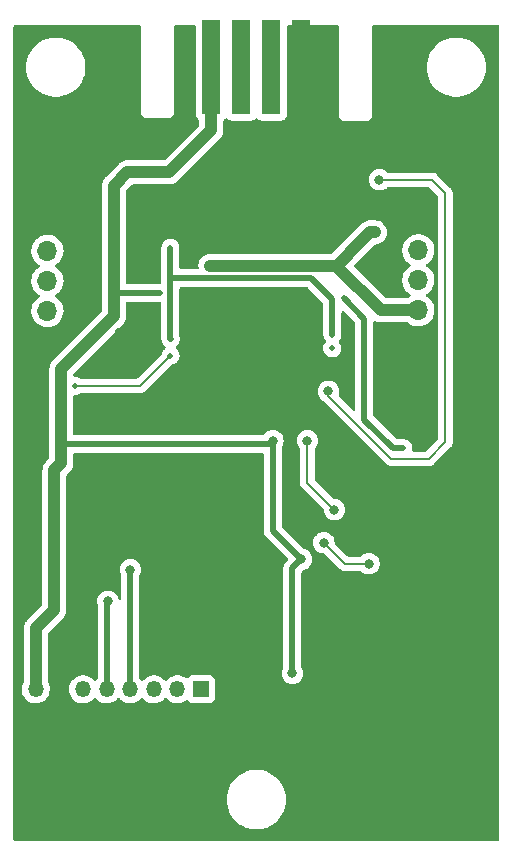
<source format=gbl>
G04 #@! TF.GenerationSoftware,KiCad,Pcbnew,6.0.10*
G04 #@! TF.CreationDate,2023-07-05T17:22:53-05:00*
G04 #@! TF.ProjectId,display_board,64697370-6c61-4795-9f62-6f6172642e6b,rev?*
G04 #@! TF.SameCoordinates,Original*
G04 #@! TF.FileFunction,Copper,L2,Bot*
G04 #@! TF.FilePolarity,Positive*
%FSLAX46Y46*%
G04 Gerber Fmt 4.6, Leading zero omitted, Abs format (unit mm)*
G04 Created by KiCad (PCBNEW 6.0.10) date 2023-07-05 17:22:53*
%MOMM*%
%LPD*%
G01*
G04 APERTURE LIST*
G04 #@! TA.AperFunction,ComponentPad*
%ADD10R,1.350000X1.350000*%
G04 #@! TD*
G04 #@! TA.AperFunction,ComponentPad*
%ADD11O,1.350000X1.350000*%
G04 #@! TD*
G04 #@! TA.AperFunction,ComponentPad*
%ADD12R,1.700000X1.700000*%
G04 #@! TD*
G04 #@! TA.AperFunction,ComponentPad*
%ADD13O,1.700000X1.700000*%
G04 #@! TD*
G04 #@! TA.AperFunction,SMDPad,CuDef*
%ADD14R,1.600000X8.000000*%
G04 #@! TD*
G04 #@! TA.AperFunction,ViaPad*
%ADD15C,0.800000*%
G04 #@! TD*
G04 #@! TA.AperFunction,ViaPad*
%ADD16C,0.500000*%
G04 #@! TD*
G04 #@! TA.AperFunction,Conductor*
%ADD17C,0.500000*%
G04 #@! TD*
G04 #@! TA.AperFunction,Conductor*
%ADD18C,1.000000*%
G04 #@! TD*
G04 #@! TA.AperFunction,Conductor*
%ADD19C,0.200000*%
G04 #@! TD*
G04 APERTURE END LIST*
D10*
X20462000Y-56724000D03*
D11*
X18462000Y-56724000D03*
X16462000Y-56724000D03*
X14462000Y-56724000D03*
X12462000Y-56724000D03*
X10462000Y-56724000D03*
X8462000Y-56724000D03*
X6462000Y-56724000D03*
D12*
X38862000Y-17018000D03*
D13*
X38862000Y-19558000D03*
X38862000Y-22098000D03*
X38862000Y-24638000D03*
D12*
X7452000Y-17066000D03*
D13*
X7452000Y-19606000D03*
X7452000Y-22146000D03*
X7452000Y-24686000D03*
D14*
X28956000Y-4064000D03*
X26416000Y-4064000D03*
X23876000Y-4064000D03*
X21336000Y-4064000D03*
D15*
X6604000Y-44704000D03*
X39116000Y-42164000D03*
D16*
X14986000Y-18288000D03*
D15*
X42672000Y-13208000D03*
D16*
X19050000Y-32766000D03*
D15*
X44196000Y-40132000D03*
X11684000Y-29972000D03*
D16*
X25146000Y-27940000D03*
D15*
X42672000Y-19558000D03*
X10668000Y-13716000D03*
X6604000Y-42164000D03*
X10668000Y-9652000D03*
X15748000Y-39624000D03*
X9652000Y-46228000D03*
X20320000Y-46736000D03*
X17780000Y-49276000D03*
X15748000Y-42164000D03*
X22860000Y-44196000D03*
X15748000Y-44704000D03*
D16*
X13462000Y-28194000D03*
X14986000Y-25146000D03*
D15*
X22352000Y-11684000D03*
D16*
X10668000Y-24638000D03*
X13462000Y-26416000D03*
D15*
X6604000Y-39624000D03*
D16*
X37084000Y-26670000D03*
X17526000Y-32766000D03*
X34798000Y-42545000D03*
D15*
X42418000Y-24638000D03*
D16*
X34671000Y-39243000D03*
X8636000Y-34290000D03*
X16977000Y-23155000D03*
X35179000Y-18034000D03*
X22568000Y-20866000D03*
X28410000Y-20866000D03*
D15*
X26543000Y-35687000D03*
D16*
X20066000Y-35941000D03*
X14986000Y-12954000D03*
D15*
X28956000Y-45720000D03*
D16*
X21209000Y-20828000D03*
X31569000Y-27867000D03*
D15*
X28194000Y-55372000D03*
X31750000Y-41529000D03*
X29464000Y-35687000D03*
D16*
X17866000Y-19342000D03*
X17887500Y-27067500D03*
X31585000Y-26708000D03*
X37592000Y-36322000D03*
X32530899Y-23640899D03*
X9779000Y-31026000D03*
X17873556Y-28478444D03*
D15*
X34671000Y-46101000D03*
X30861000Y-44323000D03*
X14478000Y-46609000D03*
X12573000Y-49276000D03*
X35560000Y-13589000D03*
X31242000Y-31496000D03*
D17*
X8890000Y-35941000D02*
X8636000Y-35687000D01*
D18*
X8636000Y-35687000D02*
X8636000Y-34290000D01*
X8044000Y-49995000D02*
X6462000Y-51577000D01*
X34798000Y-18034000D02*
X35179000Y-18034000D01*
X8636000Y-35687000D02*
X8636000Y-37592000D01*
X17780000Y-12954000D02*
X14986000Y-12954000D01*
D17*
X28194000Y-46482000D02*
X28956000Y-45720000D01*
X21247000Y-20866000D02*
X21209000Y-20828000D01*
D18*
X13081000Y-22987000D02*
X13081000Y-25146000D01*
X31966000Y-20866000D02*
X34036000Y-18796000D01*
D17*
X20066000Y-35941000D02*
X8890000Y-35941000D01*
X26543000Y-43307000D02*
X26543000Y-35687000D01*
D18*
X13081000Y-25146000D02*
X8636000Y-29591000D01*
D17*
X13249000Y-23155000D02*
X13081000Y-22987000D01*
X16977000Y-23155000D02*
X13249000Y-23155000D01*
X28194000Y-55372000D02*
X28194000Y-46482000D01*
D18*
X31915000Y-20866000D02*
X31966000Y-20866000D01*
X8636000Y-37592000D02*
X8044000Y-38184000D01*
X28410000Y-20866000D02*
X22568000Y-20866000D01*
X35687000Y-24638000D02*
X38862000Y-24638000D01*
X8044000Y-38184000D02*
X8044000Y-49995000D01*
X21336000Y-9398000D02*
X17780000Y-12954000D01*
D17*
X20066000Y-35941000D02*
X26289000Y-35941000D01*
D18*
X22568000Y-20866000D02*
X21247000Y-20866000D01*
X28410000Y-20866000D02*
X31915000Y-20866000D01*
X14986000Y-12954000D02*
X14224000Y-12954000D01*
X31915000Y-20866000D02*
X35687000Y-24638000D01*
X8636000Y-29591000D02*
X8636000Y-34290000D01*
X14224000Y-12954000D02*
X13081000Y-14097000D01*
D17*
X26289000Y-35941000D02*
X26543000Y-35687000D01*
D18*
X21336000Y-4064000D02*
X21336000Y-9398000D01*
D17*
X28956000Y-45720000D02*
X26543000Y-43307000D01*
D18*
X13081000Y-14097000D02*
X13081000Y-22987000D01*
X6462000Y-51577000D02*
X6462000Y-56724000D01*
D17*
X8636000Y-35179000D02*
X8636000Y-34290000D01*
D18*
X34036000Y-18796000D02*
X34798000Y-18034000D01*
D19*
X29464000Y-39243000D02*
X29464000Y-35687000D01*
X31750000Y-41529000D02*
X29464000Y-39243000D01*
D17*
X29804000Y-21930000D02*
X17866000Y-21930000D01*
X17866000Y-19342000D02*
X17866000Y-21930000D01*
X17866000Y-27046000D02*
X17887500Y-27067500D01*
X17866000Y-21930000D02*
X17866000Y-27046000D01*
X31585000Y-23711000D02*
X29804000Y-21930000D01*
X31585000Y-26708000D02*
X31585000Y-23711000D01*
X34290000Y-33909000D02*
X34290000Y-25400000D01*
X34290000Y-25400000D02*
X32530899Y-23640899D01*
X37592000Y-36322000D02*
X36703000Y-36322000D01*
X36703000Y-36322000D02*
X34290000Y-33909000D01*
D19*
X17873556Y-28478444D02*
X15326000Y-31026000D01*
X15326000Y-31026000D02*
X9779000Y-31026000D01*
X30861000Y-44323000D02*
X32639000Y-46101000D01*
X32639000Y-46101000D02*
X34671000Y-46101000D01*
D17*
X14462000Y-46625000D02*
X14462000Y-56724000D01*
X14478000Y-46609000D02*
X14462000Y-46625000D01*
X12573000Y-49276000D02*
X12462000Y-49387000D01*
X12462000Y-49387000D02*
X12462000Y-56724000D01*
D19*
X41148000Y-14732000D02*
X40005000Y-13589000D01*
X40005000Y-13589000D02*
X35560000Y-13589000D01*
X31242000Y-31877000D02*
X36576000Y-37211000D01*
X39751000Y-37211000D02*
X41148000Y-35814000D01*
X31242000Y-31496000D02*
X31242000Y-31877000D01*
X36576000Y-37211000D02*
X39751000Y-37211000D01*
X41148000Y-35814000D02*
X41148000Y-14732000D01*
G04 #@! TA.AperFunction,Conductor*
G36*
X15308621Y-528502D02*
G01*
X15355114Y-582158D01*
X15366500Y-634500D01*
X15366500Y-7865377D01*
X15366498Y-7866147D01*
X15366024Y-7943721D01*
X15368491Y-7952352D01*
X15374150Y-7972153D01*
X15377728Y-7988915D01*
X15381920Y-8018187D01*
X15385634Y-8026355D01*
X15385634Y-8026356D01*
X15392548Y-8041562D01*
X15398996Y-8059086D01*
X15406051Y-8083771D01*
X15410843Y-8091365D01*
X15410844Y-8091368D01*
X15421830Y-8108780D01*
X15429969Y-8123863D01*
X15442208Y-8150782D01*
X15448069Y-8157584D01*
X15458970Y-8170235D01*
X15470073Y-8185239D01*
X15483776Y-8206958D01*
X15490501Y-8212897D01*
X15490504Y-8212901D01*
X15505938Y-8226532D01*
X15517982Y-8238724D01*
X15531427Y-8254327D01*
X15531430Y-8254329D01*
X15537287Y-8261127D01*
X15544816Y-8266007D01*
X15544817Y-8266008D01*
X15558835Y-8275094D01*
X15573709Y-8286385D01*
X15584101Y-8295562D01*
X15592951Y-8303378D01*
X15619711Y-8315942D01*
X15634691Y-8324263D01*
X15651983Y-8335471D01*
X15651988Y-8335473D01*
X15659515Y-8340352D01*
X15668108Y-8342922D01*
X15668113Y-8342924D01*
X15684120Y-8347711D01*
X15701564Y-8354372D01*
X15716676Y-8361467D01*
X15716678Y-8361468D01*
X15724800Y-8365281D01*
X15733667Y-8366662D01*
X15733668Y-8366662D01*
X15736353Y-8367080D01*
X15754017Y-8369830D01*
X15770732Y-8373613D01*
X15790466Y-8379515D01*
X15790472Y-8379516D01*
X15799066Y-8382086D01*
X15808037Y-8382141D01*
X15808038Y-8382141D01*
X15818097Y-8382202D01*
X15833506Y-8382296D01*
X15834289Y-8382329D01*
X15835386Y-8382500D01*
X15866377Y-8382500D01*
X15867147Y-8382502D01*
X15940785Y-8382952D01*
X15940786Y-8382952D01*
X15944721Y-8382976D01*
X15946065Y-8382592D01*
X15947410Y-8382500D01*
X17644377Y-8382500D01*
X17645148Y-8382502D01*
X17722721Y-8382976D01*
X17751152Y-8374850D01*
X17767915Y-8371272D01*
X17768753Y-8371152D01*
X17797187Y-8367080D01*
X17806645Y-8362780D01*
X17820562Y-8356452D01*
X17838087Y-8350004D01*
X17862771Y-8342949D01*
X17870365Y-8338157D01*
X17870368Y-8338156D01*
X17887780Y-8327170D01*
X17902865Y-8319030D01*
X17903195Y-8318880D01*
X17929782Y-8306792D01*
X17949235Y-8290030D01*
X17964239Y-8278927D01*
X17985958Y-8265224D01*
X17991897Y-8258499D01*
X17991901Y-8258496D01*
X18005532Y-8243062D01*
X18017724Y-8231018D01*
X18033327Y-8217573D01*
X18033329Y-8217570D01*
X18040127Y-8211713D01*
X18054094Y-8190165D01*
X18065385Y-8175291D01*
X18076431Y-8162783D01*
X18076432Y-8162782D01*
X18082378Y-8156049D01*
X18094943Y-8129287D01*
X18103263Y-8114309D01*
X18114471Y-8097017D01*
X18114473Y-8097012D01*
X18119352Y-8089485D01*
X18121922Y-8080892D01*
X18121924Y-8080887D01*
X18126711Y-8064880D01*
X18133372Y-8047436D01*
X18140467Y-8032324D01*
X18140468Y-8032322D01*
X18144281Y-8024200D01*
X18148830Y-7994983D01*
X18152613Y-7978268D01*
X18158515Y-7958534D01*
X18158516Y-7958528D01*
X18161086Y-7949934D01*
X18161296Y-7915494D01*
X18161329Y-7914711D01*
X18161500Y-7913614D01*
X18161500Y-7882623D01*
X18161502Y-7881853D01*
X18161952Y-7808215D01*
X18161952Y-7808214D01*
X18161976Y-7804279D01*
X18161592Y-7802935D01*
X18161500Y-7801590D01*
X18161500Y-634500D01*
X18181502Y-566379D01*
X18235158Y-519886D01*
X18287500Y-508500D01*
X19901500Y-508500D01*
X19969621Y-528502D01*
X20016114Y-582158D01*
X20027500Y-634500D01*
X20027500Y-8112134D01*
X20034255Y-8174316D01*
X20085385Y-8310705D01*
X20172739Y-8427261D01*
X20231864Y-8471573D01*
X20277065Y-8505449D01*
X20319580Y-8562308D01*
X20327500Y-8606275D01*
X20327500Y-8928076D01*
X20307498Y-8996197D01*
X20290595Y-9017171D01*
X17399171Y-11908595D01*
X17336859Y-11942621D01*
X17310076Y-11945500D01*
X14285842Y-11945500D01*
X14272235Y-11944763D01*
X14240737Y-11941341D01*
X14240732Y-11941341D01*
X14234611Y-11940676D01*
X14216611Y-11942251D01*
X14184609Y-11945050D01*
X14179784Y-11945379D01*
X14177313Y-11945500D01*
X14174231Y-11945500D01*
X14151763Y-11947703D01*
X14131489Y-11949691D01*
X14130174Y-11949813D01*
X14097913Y-11952636D01*
X14037587Y-11957913D01*
X14032468Y-11959400D01*
X14027167Y-11959920D01*
X13938166Y-11986791D01*
X13937033Y-11987126D01*
X13853586Y-12011370D01*
X13853582Y-12011372D01*
X13847664Y-12013091D01*
X13842932Y-12015544D01*
X13837831Y-12017084D01*
X13832388Y-12019978D01*
X13755740Y-12060731D01*
X13754574Y-12061343D01*
X13677547Y-12101271D01*
X13672074Y-12104108D01*
X13667911Y-12107431D01*
X13663204Y-12109934D01*
X13591082Y-12168755D01*
X13590226Y-12169446D01*
X13551027Y-12200738D01*
X13548523Y-12203242D01*
X13547805Y-12203884D01*
X13543472Y-12207585D01*
X13509938Y-12234935D01*
X13506011Y-12239682D01*
X13506009Y-12239684D01*
X13480713Y-12270262D01*
X13472723Y-12279042D01*
X12411621Y-13340145D01*
X12401478Y-13349247D01*
X12371975Y-13372968D01*
X12368008Y-13377696D01*
X12339709Y-13411421D01*
X12336528Y-13415069D01*
X12334885Y-13416881D01*
X12332691Y-13419075D01*
X12305358Y-13452349D01*
X12304696Y-13453147D01*
X12244846Y-13524474D01*
X12242278Y-13529144D01*
X12238897Y-13533261D01*
X12212530Y-13582435D01*
X12195023Y-13615086D01*
X12194394Y-13616245D01*
X12152538Y-13692381D01*
X12152535Y-13692389D01*
X12149567Y-13697787D01*
X12147955Y-13702869D01*
X12145438Y-13707563D01*
X12118238Y-13796531D01*
X12117918Y-13797559D01*
X12089765Y-13886306D01*
X12089171Y-13891602D01*
X12087613Y-13896698D01*
X12080917Y-13962621D01*
X12078218Y-13989187D01*
X12078089Y-13990393D01*
X12072500Y-14040227D01*
X12072500Y-14043754D01*
X12072445Y-14044739D01*
X12071998Y-14050419D01*
X12067626Y-14093462D01*
X12068206Y-14099593D01*
X12071941Y-14139109D01*
X12072500Y-14150967D01*
X12072500Y-24676075D01*
X12052498Y-24744196D01*
X12035595Y-24765170D01*
X7966621Y-28834145D01*
X7956478Y-28843247D01*
X7926975Y-28866968D01*
X7923008Y-28871696D01*
X7894709Y-28905421D01*
X7891528Y-28909069D01*
X7889885Y-28910881D01*
X7887691Y-28913075D01*
X7860358Y-28946349D01*
X7859696Y-28947147D01*
X7799846Y-29018474D01*
X7797278Y-29023144D01*
X7793897Y-29027261D01*
X7764772Y-29081580D01*
X7750023Y-29109086D01*
X7749394Y-29110245D01*
X7707538Y-29186381D01*
X7707535Y-29186389D01*
X7704567Y-29191787D01*
X7702955Y-29196869D01*
X7700438Y-29201563D01*
X7673238Y-29290531D01*
X7672918Y-29291559D01*
X7644765Y-29380306D01*
X7644171Y-29385602D01*
X7642613Y-29390698D01*
X7641990Y-29396834D01*
X7633218Y-29483187D01*
X7633089Y-29484393D01*
X7627500Y-29534227D01*
X7627500Y-29537754D01*
X7627445Y-29538739D01*
X7626998Y-29544419D01*
X7622626Y-29587462D01*
X7623206Y-29593593D01*
X7626941Y-29633109D01*
X7627500Y-29644967D01*
X7627500Y-37122076D01*
X7607498Y-37190197D01*
X7590595Y-37211171D01*
X7374621Y-37427145D01*
X7364478Y-37436247D01*
X7334975Y-37459968D01*
X7331008Y-37464696D01*
X7302709Y-37498421D01*
X7299528Y-37502069D01*
X7297885Y-37503881D01*
X7295691Y-37506075D01*
X7268358Y-37539349D01*
X7267696Y-37540147D01*
X7207846Y-37611474D01*
X7205278Y-37616144D01*
X7201897Y-37620261D01*
X7175508Y-37669477D01*
X7158023Y-37702086D01*
X7157394Y-37703245D01*
X7115538Y-37779381D01*
X7115535Y-37779389D01*
X7112567Y-37784787D01*
X7110955Y-37789869D01*
X7108438Y-37794563D01*
X7081238Y-37883531D01*
X7080918Y-37884559D01*
X7052765Y-37973306D01*
X7052171Y-37978602D01*
X7050613Y-37983698D01*
X7041563Y-38072793D01*
X7041218Y-38076187D01*
X7041089Y-38077393D01*
X7035500Y-38127227D01*
X7035500Y-38130754D01*
X7035445Y-38131739D01*
X7034998Y-38137419D01*
X7030626Y-38180462D01*
X7031206Y-38186593D01*
X7034941Y-38226109D01*
X7035500Y-38237967D01*
X7035500Y-49525075D01*
X7015498Y-49593196D01*
X6998595Y-49614170D01*
X5792621Y-50820145D01*
X5782478Y-50829247D01*
X5752975Y-50852968D01*
X5749008Y-50857696D01*
X5720709Y-50891421D01*
X5717528Y-50895069D01*
X5715885Y-50896881D01*
X5713691Y-50899075D01*
X5686358Y-50932349D01*
X5685696Y-50933147D01*
X5625846Y-51004474D01*
X5623278Y-51009144D01*
X5619897Y-51013261D01*
X5588860Y-51071145D01*
X5576023Y-51095086D01*
X5575394Y-51096245D01*
X5533538Y-51172381D01*
X5533535Y-51172389D01*
X5530567Y-51177787D01*
X5528955Y-51182869D01*
X5526438Y-51187563D01*
X5499238Y-51276531D01*
X5498918Y-51277559D01*
X5470765Y-51366306D01*
X5470171Y-51371602D01*
X5468613Y-51376698D01*
X5467990Y-51382834D01*
X5459218Y-51469187D01*
X5459089Y-51470393D01*
X5453500Y-51520227D01*
X5453500Y-51523754D01*
X5453445Y-51524739D01*
X5452998Y-51530419D01*
X5448626Y-51573462D01*
X5449206Y-51579593D01*
X5452941Y-51619109D01*
X5453500Y-51630967D01*
X5453500Y-56067736D01*
X5439009Y-56126403D01*
X5378826Y-56240794D01*
X5363905Y-56269154D01*
X5299403Y-56476882D01*
X5273837Y-56692887D01*
X5288063Y-56909933D01*
X5289484Y-56915529D01*
X5289485Y-56915534D01*
X5340184Y-57115158D01*
X5341605Y-57120753D01*
X5432668Y-57318285D01*
X5436001Y-57323001D01*
X5523730Y-57447134D01*
X5558204Y-57495914D01*
X5714009Y-57647692D01*
X5894863Y-57768536D01*
X5900171Y-57770817D01*
X5900172Y-57770817D01*
X6089409Y-57852119D01*
X6089412Y-57852120D01*
X6094712Y-57854397D01*
X6100342Y-57855671D01*
X6198464Y-57877874D01*
X6306860Y-57902402D01*
X6312631Y-57902629D01*
X6312633Y-57902629D01*
X6385620Y-57905496D01*
X6524205Y-57910941D01*
X6739466Y-57879730D01*
X6744930Y-57877875D01*
X6744935Y-57877874D01*
X6939963Y-57811671D01*
X6939968Y-57811669D01*
X6945435Y-57809813D01*
X7135213Y-57703532D01*
X7302446Y-57564446D01*
X7441532Y-57397213D01*
X7547813Y-57207435D01*
X7549669Y-57201968D01*
X7549671Y-57201963D01*
X7615874Y-57006935D01*
X7615875Y-57006930D01*
X7617730Y-57001466D01*
X7648941Y-56786205D01*
X7650570Y-56724000D01*
X7647711Y-56692887D01*
X9273837Y-56692887D01*
X9288063Y-56909933D01*
X9289484Y-56915529D01*
X9289485Y-56915534D01*
X9340184Y-57115158D01*
X9341605Y-57120753D01*
X9432668Y-57318285D01*
X9436001Y-57323001D01*
X9523730Y-57447134D01*
X9558204Y-57495914D01*
X9714009Y-57647692D01*
X9894863Y-57768536D01*
X9900171Y-57770817D01*
X9900172Y-57770817D01*
X10089409Y-57852119D01*
X10089412Y-57852120D01*
X10094712Y-57854397D01*
X10100342Y-57855671D01*
X10198464Y-57877874D01*
X10306860Y-57902402D01*
X10312631Y-57902629D01*
X10312633Y-57902629D01*
X10385620Y-57905496D01*
X10524205Y-57910941D01*
X10739466Y-57879730D01*
X10744930Y-57877875D01*
X10744935Y-57877874D01*
X10939963Y-57811671D01*
X10939968Y-57811669D01*
X10945435Y-57809813D01*
X11135213Y-57703532D01*
X11302446Y-57564446D01*
X11362252Y-57492537D01*
X11421189Y-57452953D01*
X11492171Y-57451517D01*
X11554913Y-57491258D01*
X11558204Y-57495914D01*
X11562346Y-57499949D01*
X11562348Y-57499951D01*
X11625597Y-57561565D01*
X11714009Y-57647692D01*
X11894863Y-57768536D01*
X11900171Y-57770817D01*
X11900172Y-57770817D01*
X12089409Y-57852119D01*
X12089412Y-57852120D01*
X12094712Y-57854397D01*
X12100342Y-57855671D01*
X12198464Y-57877874D01*
X12306860Y-57902402D01*
X12312631Y-57902629D01*
X12312633Y-57902629D01*
X12385620Y-57905496D01*
X12524205Y-57910941D01*
X12739466Y-57879730D01*
X12744930Y-57877875D01*
X12744935Y-57877874D01*
X12939963Y-57811671D01*
X12939968Y-57811669D01*
X12945435Y-57809813D01*
X13135213Y-57703532D01*
X13302446Y-57564446D01*
X13362252Y-57492537D01*
X13421189Y-57452953D01*
X13492171Y-57451517D01*
X13554913Y-57491258D01*
X13558204Y-57495914D01*
X13562346Y-57499949D01*
X13562348Y-57499951D01*
X13625597Y-57561565D01*
X13714009Y-57647692D01*
X13894863Y-57768536D01*
X13900171Y-57770817D01*
X13900172Y-57770817D01*
X14089409Y-57852119D01*
X14089412Y-57852120D01*
X14094712Y-57854397D01*
X14100342Y-57855671D01*
X14198464Y-57877874D01*
X14306860Y-57902402D01*
X14312631Y-57902629D01*
X14312633Y-57902629D01*
X14385620Y-57905496D01*
X14524205Y-57910941D01*
X14739466Y-57879730D01*
X14744930Y-57877875D01*
X14744935Y-57877874D01*
X14939963Y-57811671D01*
X14939968Y-57811669D01*
X14945435Y-57809813D01*
X15135213Y-57703532D01*
X15302446Y-57564446D01*
X15362252Y-57492537D01*
X15421189Y-57452953D01*
X15492171Y-57451517D01*
X15554913Y-57491258D01*
X15558204Y-57495914D01*
X15562346Y-57499949D01*
X15562348Y-57499951D01*
X15625597Y-57561565D01*
X15714009Y-57647692D01*
X15894863Y-57768536D01*
X15900171Y-57770817D01*
X15900172Y-57770817D01*
X16089409Y-57852119D01*
X16089412Y-57852120D01*
X16094712Y-57854397D01*
X16100342Y-57855671D01*
X16198464Y-57877874D01*
X16306860Y-57902402D01*
X16312631Y-57902629D01*
X16312633Y-57902629D01*
X16385620Y-57905496D01*
X16524205Y-57910941D01*
X16739466Y-57879730D01*
X16744930Y-57877875D01*
X16744935Y-57877874D01*
X16939963Y-57811671D01*
X16939968Y-57811669D01*
X16945435Y-57809813D01*
X17135213Y-57703532D01*
X17302446Y-57564446D01*
X17362252Y-57492537D01*
X17421189Y-57452953D01*
X17492171Y-57451517D01*
X17554913Y-57491258D01*
X17558204Y-57495914D01*
X17562346Y-57499949D01*
X17562348Y-57499951D01*
X17625597Y-57561565D01*
X17714009Y-57647692D01*
X17894863Y-57768536D01*
X17900171Y-57770817D01*
X17900172Y-57770817D01*
X18089409Y-57852119D01*
X18089412Y-57852120D01*
X18094712Y-57854397D01*
X18100342Y-57855671D01*
X18198464Y-57877874D01*
X18306860Y-57902402D01*
X18312631Y-57902629D01*
X18312633Y-57902629D01*
X18385620Y-57905496D01*
X18524205Y-57910941D01*
X18739466Y-57879730D01*
X18744930Y-57877875D01*
X18744935Y-57877874D01*
X18939963Y-57811671D01*
X18939968Y-57811669D01*
X18945435Y-57809813D01*
X19135213Y-57703532D01*
X19183932Y-57663013D01*
X19249096Y-57634832D01*
X19319151Y-57646356D01*
X19365327Y-57684322D01*
X19423739Y-57762261D01*
X19540295Y-57849615D01*
X19676684Y-57900745D01*
X19738866Y-57907500D01*
X21185134Y-57907500D01*
X21247316Y-57900745D01*
X21383705Y-57849615D01*
X21500261Y-57762261D01*
X21587615Y-57645705D01*
X21638745Y-57509316D01*
X21645500Y-57447134D01*
X21645500Y-56000866D01*
X21638745Y-55938684D01*
X21587615Y-55802295D01*
X21500261Y-55685739D01*
X21383705Y-55598385D01*
X21247316Y-55547255D01*
X21185134Y-55540500D01*
X19738866Y-55540500D01*
X19676684Y-55547255D01*
X19540295Y-55598385D01*
X19423739Y-55685739D01*
X19368479Y-55759473D01*
X19367538Y-55760728D01*
X19310679Y-55803243D01*
X19239860Y-55808269D01*
X19190012Y-55785129D01*
X19189795Y-55784963D01*
X19185556Y-55781044D01*
X19001599Y-55664976D01*
X18799572Y-55584376D01*
X18586239Y-55541941D01*
X18580464Y-55541865D01*
X18580460Y-55541865D01*
X18471419Y-55540438D01*
X18368746Y-55539094D01*
X18363049Y-55540073D01*
X18363048Y-55540073D01*
X18160065Y-55574952D01*
X18160062Y-55574953D01*
X18154375Y-55575930D01*
X17950307Y-55651214D01*
X17763376Y-55762427D01*
X17599842Y-55905842D01*
X17596270Y-55910372D01*
X17596269Y-55910374D01*
X17562007Y-55953834D01*
X17504125Y-55994947D01*
X17433205Y-55998239D01*
X17371763Y-55962667D01*
X17362100Y-55951215D01*
X17348737Y-55933319D01*
X17348730Y-55933312D01*
X17345280Y-55928691D01*
X17341044Y-55924775D01*
X17189796Y-55784963D01*
X17189793Y-55784961D01*
X17185556Y-55781044D01*
X17001599Y-55664976D01*
X16799572Y-55584376D01*
X16586239Y-55541941D01*
X16580464Y-55541865D01*
X16580460Y-55541865D01*
X16471419Y-55540438D01*
X16368746Y-55539094D01*
X16363049Y-55540073D01*
X16363048Y-55540073D01*
X16160065Y-55574952D01*
X16160062Y-55574953D01*
X16154375Y-55575930D01*
X15950307Y-55651214D01*
X15763376Y-55762427D01*
X15599842Y-55905842D01*
X15596270Y-55910372D01*
X15596269Y-55910374D01*
X15562007Y-55953834D01*
X15504125Y-55994947D01*
X15433205Y-55998239D01*
X15371763Y-55962667D01*
X15362100Y-55951215D01*
X15348737Y-55933319D01*
X15348730Y-55933312D01*
X15345280Y-55928691D01*
X15260971Y-55850757D01*
X15224526Y-55789829D01*
X15220500Y-55758232D01*
X15220500Y-47173712D01*
X15237381Y-47110712D01*
X15309223Y-46986279D01*
X15309224Y-46986278D01*
X15312527Y-46980556D01*
X15371542Y-46798928D01*
X15373138Y-46783749D01*
X15390814Y-46615565D01*
X15391504Y-46609000D01*
X15381216Y-46511118D01*
X15372232Y-46425635D01*
X15372232Y-46425633D01*
X15371542Y-46419072D01*
X15312527Y-46237444D01*
X15307549Y-46228821D01*
X15275314Y-46172990D01*
X15217040Y-46072056D01*
X15199615Y-46052703D01*
X15093675Y-45935045D01*
X15093674Y-45935044D01*
X15089253Y-45930134D01*
X14934752Y-45817882D01*
X14928724Y-45815198D01*
X14928722Y-45815197D01*
X14766319Y-45742891D01*
X14766318Y-45742891D01*
X14760288Y-45740206D01*
X14665227Y-45720000D01*
X14579944Y-45701872D01*
X14579939Y-45701872D01*
X14573487Y-45700500D01*
X14382513Y-45700500D01*
X14376061Y-45701872D01*
X14376056Y-45701872D01*
X14290773Y-45720000D01*
X14195712Y-45740206D01*
X14189682Y-45742891D01*
X14189681Y-45742891D01*
X14027278Y-45815197D01*
X14027276Y-45815198D01*
X14021248Y-45817882D01*
X13866747Y-45930134D01*
X13862326Y-45935044D01*
X13862325Y-45935045D01*
X13756386Y-46052703D01*
X13738960Y-46072056D01*
X13680686Y-46172990D01*
X13648452Y-46228821D01*
X13643473Y-46237444D01*
X13584458Y-46419072D01*
X13583768Y-46425633D01*
X13583768Y-46425635D01*
X13574784Y-46511118D01*
X13564496Y-46609000D01*
X13565186Y-46615565D01*
X13582863Y-46783749D01*
X13584458Y-46798928D01*
X13643473Y-46980556D01*
X13646776Y-46986278D01*
X13646777Y-46986279D01*
X13686619Y-47055287D01*
X13703500Y-47118287D01*
X13703500Y-49019822D01*
X13683498Y-49087943D01*
X13629842Y-49134436D01*
X13559568Y-49144540D01*
X13494988Y-49115046D01*
X13457667Y-49058758D01*
X13409569Y-48910729D01*
X13407527Y-48904444D01*
X13312040Y-48739056D01*
X13184253Y-48597134D01*
X13029752Y-48484882D01*
X13023724Y-48482198D01*
X13023722Y-48482197D01*
X12861319Y-48409891D01*
X12861318Y-48409891D01*
X12855288Y-48407206D01*
X12761888Y-48387353D01*
X12674944Y-48368872D01*
X12674939Y-48368872D01*
X12668487Y-48367500D01*
X12477513Y-48367500D01*
X12471061Y-48368872D01*
X12471056Y-48368872D01*
X12384112Y-48387353D01*
X12290712Y-48407206D01*
X12284682Y-48409891D01*
X12284681Y-48409891D01*
X12122278Y-48482197D01*
X12122276Y-48482198D01*
X12116248Y-48484882D01*
X11961747Y-48597134D01*
X11833960Y-48739056D01*
X11738473Y-48904444D01*
X11679458Y-49086072D01*
X11659496Y-49276000D01*
X11679458Y-49465928D01*
X11681497Y-49472203D01*
X11697333Y-49520940D01*
X11703500Y-49559877D01*
X11703500Y-55757847D01*
X11683498Y-55825968D01*
X11660577Y-55852579D01*
X11599842Y-55905842D01*
X11596270Y-55910372D01*
X11596269Y-55910374D01*
X11562007Y-55953834D01*
X11504125Y-55994947D01*
X11433205Y-55998239D01*
X11371763Y-55962667D01*
X11362100Y-55951215D01*
X11348737Y-55933319D01*
X11348730Y-55933312D01*
X11345280Y-55928691D01*
X11341044Y-55924775D01*
X11189796Y-55784963D01*
X11189793Y-55784961D01*
X11185556Y-55781044D01*
X11001599Y-55664976D01*
X10799572Y-55584376D01*
X10586239Y-55541941D01*
X10580464Y-55541865D01*
X10580460Y-55541865D01*
X10471419Y-55540438D01*
X10368746Y-55539094D01*
X10363049Y-55540073D01*
X10363048Y-55540073D01*
X10160065Y-55574952D01*
X10160062Y-55574953D01*
X10154375Y-55575930D01*
X9950307Y-55651214D01*
X9763376Y-55762427D01*
X9599842Y-55905842D01*
X9596270Y-55910373D01*
X9472215Y-56067736D01*
X9465181Y-56076658D01*
X9363905Y-56269154D01*
X9299403Y-56476882D01*
X9273837Y-56692887D01*
X7647711Y-56692887D01*
X7630667Y-56507400D01*
X7571626Y-56298055D01*
X7483494Y-56119340D01*
X7470500Y-56063612D01*
X7470500Y-52046925D01*
X7490502Y-51978804D01*
X7507405Y-51957830D01*
X8713379Y-50751855D01*
X8723522Y-50742753D01*
X8748218Y-50722897D01*
X8753025Y-50719032D01*
X8785292Y-50680578D01*
X8788472Y-50676931D01*
X8790115Y-50675119D01*
X8792309Y-50672925D01*
X8819642Y-50639651D01*
X8820348Y-50638800D01*
X8876195Y-50572244D01*
X8880154Y-50567526D01*
X8882722Y-50562856D01*
X8886103Y-50558739D01*
X8929977Y-50476914D01*
X8930606Y-50475755D01*
X8972462Y-50399619D01*
X8972465Y-50399611D01*
X8975433Y-50394213D01*
X8977045Y-50389131D01*
X8979562Y-50384437D01*
X9006747Y-50295523D01*
X9007139Y-50294265D01*
X9033372Y-50211567D01*
X9035235Y-50205694D01*
X9035829Y-50200403D01*
X9037388Y-50195302D01*
X9046790Y-50102737D01*
X9046925Y-50101470D01*
X9052108Y-50055270D01*
X9052108Y-50055265D01*
X9052500Y-50051773D01*
X9052500Y-50048248D01*
X9052555Y-50047263D01*
X9053004Y-50041559D01*
X9056752Y-50004666D01*
X9056752Y-50004661D01*
X9057374Y-49998538D01*
X9053059Y-49952891D01*
X9052500Y-49941033D01*
X9052500Y-38653924D01*
X9072502Y-38585803D01*
X9089405Y-38564829D01*
X9305379Y-38348855D01*
X9315522Y-38339753D01*
X9340218Y-38319897D01*
X9345025Y-38316032D01*
X9377320Y-38277544D01*
X9380478Y-38273925D01*
X9382124Y-38272110D01*
X9384309Y-38269925D01*
X9386264Y-38267545D01*
X9386273Y-38267535D01*
X9411549Y-38236764D01*
X9412391Y-38235749D01*
X9441702Y-38200818D01*
X9472154Y-38164526D01*
X9474723Y-38159852D01*
X9478102Y-38155739D01*
X9521975Y-38073915D01*
X9522584Y-38072793D01*
X9564464Y-37996614D01*
X9564465Y-37996612D01*
X9567433Y-37991213D01*
X9569045Y-37986131D01*
X9571562Y-37981437D01*
X9598762Y-37892469D01*
X9599108Y-37891358D01*
X9621562Y-37820578D01*
X9627235Y-37802694D01*
X9627829Y-37797398D01*
X9629387Y-37792302D01*
X9638790Y-37699743D01*
X9638911Y-37698607D01*
X9644500Y-37648773D01*
X9644500Y-37645246D01*
X9644555Y-37644261D01*
X9645002Y-37638581D01*
X9649374Y-37595538D01*
X9645059Y-37549891D01*
X9644500Y-37538033D01*
X9644500Y-36825500D01*
X9664502Y-36757379D01*
X9718158Y-36710886D01*
X9770500Y-36699500D01*
X20006933Y-36699500D01*
X20023595Y-36700607D01*
X20030765Y-36701563D01*
X20043035Y-36703201D01*
X20043038Y-36703201D01*
X20050015Y-36704132D01*
X20057026Y-36703494D01*
X20057030Y-36703494D01*
X20095208Y-36700019D01*
X20106628Y-36699500D01*
X25658500Y-36699500D01*
X25726621Y-36719502D01*
X25773114Y-36773158D01*
X25784500Y-36825500D01*
X25784500Y-43239930D01*
X25783067Y-43258880D01*
X25779801Y-43280349D01*
X25780394Y-43287641D01*
X25780394Y-43287644D01*
X25784085Y-43333018D01*
X25784500Y-43343233D01*
X25784500Y-43351293D01*
X25784925Y-43354937D01*
X25787789Y-43379507D01*
X25788222Y-43383882D01*
X25790713Y-43414500D01*
X25794140Y-43456637D01*
X25796396Y-43463601D01*
X25797587Y-43469560D01*
X25798971Y-43475415D01*
X25799818Y-43482681D01*
X25824735Y-43551327D01*
X25826152Y-43555455D01*
X25848649Y-43624899D01*
X25852445Y-43631154D01*
X25854951Y-43636628D01*
X25857670Y-43642058D01*
X25860167Y-43648937D01*
X25864180Y-43655057D01*
X25864180Y-43655058D01*
X25900186Y-43709976D01*
X25902523Y-43713680D01*
X25940405Y-43776107D01*
X25944121Y-43780315D01*
X25944122Y-43780316D01*
X25947803Y-43784484D01*
X25947776Y-43784508D01*
X25950429Y-43787500D01*
X25953132Y-43790733D01*
X25957144Y-43796852D01*
X25962456Y-43801884D01*
X26013383Y-43850128D01*
X26015825Y-43852506D01*
X27794224Y-45630905D01*
X27828250Y-45693217D01*
X27823185Y-45764032D01*
X27794224Y-45809095D01*
X27705089Y-45898230D01*
X27690677Y-45910616D01*
X27679082Y-45919149D01*
X27679077Y-45919154D01*
X27673182Y-45923492D01*
X27668443Y-45929070D01*
X27668440Y-45929073D01*
X27638965Y-45963768D01*
X27632035Y-45971284D01*
X27626340Y-45976979D01*
X27624060Y-45979861D01*
X27608719Y-45999251D01*
X27605928Y-46002655D01*
X27563409Y-46052703D01*
X27558667Y-46058285D01*
X27555339Y-46064801D01*
X27551972Y-46069850D01*
X27548805Y-46074979D01*
X27544266Y-46080716D01*
X27513345Y-46146875D01*
X27511442Y-46150769D01*
X27478231Y-46215808D01*
X27476492Y-46222916D01*
X27474393Y-46228559D01*
X27472476Y-46234322D01*
X27469378Y-46240950D01*
X27467888Y-46248112D01*
X27467888Y-46248113D01*
X27454514Y-46312412D01*
X27453544Y-46316696D01*
X27436192Y-46387610D01*
X27435500Y-46398764D01*
X27435464Y-46398762D01*
X27435225Y-46402755D01*
X27434851Y-46406947D01*
X27433360Y-46414115D01*
X27433558Y-46421432D01*
X27435454Y-46491521D01*
X27435500Y-46494928D01*
X27435500Y-54835001D01*
X27418619Y-54898000D01*
X27359473Y-55000444D01*
X27300458Y-55182072D01*
X27280496Y-55372000D01*
X27281186Y-55378565D01*
X27298245Y-55540869D01*
X27300458Y-55561928D01*
X27359473Y-55743556D01*
X27454960Y-55908944D01*
X27459378Y-55913851D01*
X27459379Y-55913852D01*
X27578325Y-56045955D01*
X27582747Y-56050866D01*
X27737248Y-56163118D01*
X27743276Y-56165802D01*
X27743278Y-56165803D01*
X27905681Y-56238109D01*
X27911712Y-56240794D01*
X28005113Y-56260647D01*
X28092056Y-56279128D01*
X28092061Y-56279128D01*
X28098513Y-56280500D01*
X28289487Y-56280500D01*
X28295939Y-56279128D01*
X28295944Y-56279128D01*
X28382887Y-56260647D01*
X28476288Y-56240794D01*
X28482319Y-56238109D01*
X28644722Y-56165803D01*
X28644724Y-56165802D01*
X28650752Y-56163118D01*
X28805253Y-56050866D01*
X28809675Y-56045955D01*
X28928621Y-55913852D01*
X28928622Y-55913851D01*
X28933040Y-55908944D01*
X29028527Y-55743556D01*
X29087542Y-55561928D01*
X29089756Y-55540869D01*
X29106814Y-55378565D01*
X29107504Y-55372000D01*
X29087542Y-55182072D01*
X29028527Y-55000444D01*
X28969381Y-54898000D01*
X28952500Y-54835001D01*
X28952500Y-46848371D01*
X28972502Y-46780250D01*
X28989405Y-46759276D01*
X29112331Y-46636350D01*
X29175228Y-46602199D01*
X29231824Y-46590169D01*
X29231833Y-46590166D01*
X29238288Y-46588794D01*
X29244319Y-46586109D01*
X29406722Y-46513803D01*
X29406724Y-46513802D01*
X29412752Y-46511118D01*
X29567253Y-46398866D01*
X29641235Y-46316701D01*
X29690621Y-46261852D01*
X29690622Y-46261851D01*
X29695040Y-46256944D01*
X29781284Y-46107565D01*
X29787223Y-46097279D01*
X29787224Y-46097278D01*
X29790527Y-46091556D01*
X29849542Y-45909928D01*
X29850772Y-45898230D01*
X29868814Y-45726565D01*
X29869504Y-45720000D01*
X29867599Y-45701872D01*
X29850232Y-45536635D01*
X29850232Y-45536633D01*
X29849542Y-45530072D01*
X29790527Y-45348444D01*
X29695040Y-45183056D01*
X29567253Y-45041134D01*
X29412752Y-44928882D01*
X29406724Y-44926198D01*
X29406722Y-44926197D01*
X29244319Y-44853891D01*
X29244318Y-44853891D01*
X29238288Y-44851206D01*
X29231833Y-44849834D01*
X29231824Y-44849831D01*
X29175228Y-44837801D01*
X29112331Y-44803650D01*
X28631681Y-44323000D01*
X29947496Y-44323000D01*
X29967458Y-44512928D01*
X30026473Y-44694556D01*
X30121960Y-44859944D01*
X30249747Y-45001866D01*
X30404248Y-45114118D01*
X30410276Y-45116802D01*
X30410278Y-45116803D01*
X30548062Y-45178148D01*
X30578712Y-45191794D01*
X30672113Y-45211647D01*
X30759056Y-45230128D01*
X30759061Y-45230128D01*
X30765513Y-45231500D01*
X30856761Y-45231500D01*
X30924882Y-45251502D01*
X30945856Y-45268405D01*
X32174685Y-46497234D01*
X32185552Y-46509625D01*
X32205013Y-46534987D01*
X32211563Y-46540013D01*
X32236921Y-46559471D01*
X32236937Y-46559485D01*
X32271635Y-46586109D01*
X32332124Y-46632524D01*
X32480149Y-46693838D01*
X32639000Y-46714751D01*
X32670699Y-46710578D01*
X32687144Y-46709500D01*
X33940290Y-46709500D01*
X34008411Y-46729502D01*
X34033926Y-46751189D01*
X34041208Y-46759276D01*
X34059747Y-46779866D01*
X34214248Y-46892118D01*
X34220276Y-46894802D01*
X34220278Y-46894803D01*
X34382681Y-46967109D01*
X34388712Y-46969794D01*
X34482112Y-46989647D01*
X34569056Y-47008128D01*
X34569061Y-47008128D01*
X34575513Y-47009500D01*
X34766487Y-47009500D01*
X34772939Y-47008128D01*
X34772944Y-47008128D01*
X34859888Y-46989647D01*
X34953288Y-46969794D01*
X34959319Y-46967109D01*
X35121722Y-46894803D01*
X35121724Y-46894802D01*
X35127752Y-46892118D01*
X35282253Y-46779866D01*
X35340883Y-46714751D01*
X35405621Y-46642852D01*
X35405622Y-46642851D01*
X35410040Y-46637944D01*
X35491279Y-46497234D01*
X35502223Y-46478279D01*
X35502224Y-46478278D01*
X35505527Y-46472556D01*
X35564542Y-46290928D01*
X35573123Y-46209290D01*
X35583814Y-46107565D01*
X35584504Y-46101000D01*
X35571196Y-45974383D01*
X35565232Y-45917635D01*
X35565232Y-45917633D01*
X35564542Y-45911072D01*
X35505527Y-45729444D01*
X35500075Y-45720000D01*
X35413341Y-45569774D01*
X35410040Y-45564056D01*
X35312382Y-45455595D01*
X35286675Y-45427045D01*
X35286674Y-45427044D01*
X35282253Y-45422134D01*
X35127752Y-45309882D01*
X35121724Y-45307198D01*
X35121722Y-45307197D01*
X34959319Y-45234891D01*
X34959318Y-45234891D01*
X34953288Y-45232206D01*
X34859887Y-45212353D01*
X34772944Y-45193872D01*
X34772939Y-45193872D01*
X34766487Y-45192500D01*
X34575513Y-45192500D01*
X34569061Y-45193872D01*
X34569056Y-45193872D01*
X34482113Y-45212353D01*
X34388712Y-45232206D01*
X34382682Y-45234891D01*
X34382681Y-45234891D01*
X34220278Y-45307197D01*
X34220276Y-45307198D01*
X34214248Y-45309882D01*
X34208907Y-45313762D01*
X34208906Y-45313763D01*
X34081329Y-45406454D01*
X34059747Y-45422134D01*
X34055334Y-45427036D01*
X34055332Y-45427037D01*
X34033926Y-45450811D01*
X33973480Y-45488050D01*
X33940290Y-45492500D01*
X32943239Y-45492500D01*
X32875118Y-45472498D01*
X32854144Y-45455595D01*
X31810719Y-44412170D01*
X31776693Y-44349858D01*
X31774159Y-44326284D01*
X31774504Y-44323000D01*
X31754542Y-44133072D01*
X31695527Y-43951444D01*
X31600040Y-43786056D01*
X31533191Y-43711812D01*
X31476675Y-43649045D01*
X31476674Y-43649044D01*
X31472253Y-43644134D01*
X31317752Y-43531882D01*
X31311724Y-43529198D01*
X31311722Y-43529197D01*
X31149319Y-43456891D01*
X31149318Y-43456891D01*
X31143288Y-43454206D01*
X31049888Y-43434353D01*
X30962944Y-43415872D01*
X30962939Y-43415872D01*
X30956487Y-43414500D01*
X30765513Y-43414500D01*
X30759061Y-43415872D01*
X30759056Y-43415872D01*
X30672112Y-43434353D01*
X30578712Y-43454206D01*
X30572682Y-43456891D01*
X30572681Y-43456891D01*
X30410278Y-43529197D01*
X30410276Y-43529198D01*
X30404248Y-43531882D01*
X30249747Y-43644134D01*
X30245326Y-43649044D01*
X30245325Y-43649045D01*
X30188810Y-43711812D01*
X30121960Y-43786056D01*
X30026473Y-43951444D01*
X29967458Y-44133072D01*
X29947496Y-44323000D01*
X28631681Y-44323000D01*
X27338405Y-43029724D01*
X27304379Y-42967412D01*
X27301500Y-42940629D01*
X27301500Y-36223999D01*
X27318381Y-36160999D01*
X27374223Y-36064279D01*
X27374224Y-36064278D01*
X27377527Y-36058556D01*
X27436542Y-35876928D01*
X27440121Y-35842882D01*
X27455814Y-35693565D01*
X27456504Y-35687000D01*
X28550496Y-35687000D01*
X28551186Y-35693565D01*
X28566880Y-35842882D01*
X28570458Y-35876928D01*
X28629473Y-36058556D01*
X28724960Y-36223944D01*
X28729378Y-36228851D01*
X28729379Y-36228852D01*
X28823136Y-36332980D01*
X28853854Y-36396987D01*
X28855500Y-36417290D01*
X28855500Y-39194864D01*
X28854422Y-39211307D01*
X28850250Y-39243000D01*
X28855500Y-39282880D01*
X28855500Y-39282885D01*
X28868609Y-39382457D01*
X28871162Y-39401851D01*
X28932476Y-39549876D01*
X28937503Y-39556427D01*
X28937504Y-39556429D01*
X29005520Y-39645069D01*
X29005526Y-39645075D01*
X29030013Y-39676987D01*
X29036568Y-39682017D01*
X29055379Y-39696452D01*
X29067770Y-39707319D01*
X30800281Y-41439830D01*
X30834307Y-41502142D01*
X30836841Y-41525716D01*
X30836496Y-41529000D01*
X30856458Y-41718928D01*
X30915473Y-41900556D01*
X31010960Y-42065944D01*
X31138747Y-42207866D01*
X31293248Y-42320118D01*
X31299276Y-42322802D01*
X31299278Y-42322803D01*
X31461681Y-42395109D01*
X31467712Y-42397794D01*
X31561112Y-42417647D01*
X31648056Y-42436128D01*
X31648061Y-42436128D01*
X31654513Y-42437500D01*
X31845487Y-42437500D01*
X31851939Y-42436128D01*
X31851944Y-42436128D01*
X31938888Y-42417647D01*
X32032288Y-42397794D01*
X32038319Y-42395109D01*
X32200722Y-42322803D01*
X32200724Y-42322802D01*
X32206752Y-42320118D01*
X32361253Y-42207866D01*
X32489040Y-42065944D01*
X32584527Y-41900556D01*
X32643542Y-41718928D01*
X32663504Y-41529000D01*
X32643542Y-41339072D01*
X32584527Y-41157444D01*
X32489040Y-40992056D01*
X32361253Y-40850134D01*
X32206752Y-40737882D01*
X32200724Y-40735198D01*
X32200722Y-40735197D01*
X32038319Y-40662891D01*
X32038318Y-40662891D01*
X32032288Y-40660206D01*
X31938887Y-40640353D01*
X31851944Y-40621872D01*
X31851939Y-40621872D01*
X31845487Y-40620500D01*
X31754239Y-40620500D01*
X31686118Y-40600498D01*
X31665144Y-40583595D01*
X30109405Y-39027856D01*
X30075379Y-38965544D01*
X30072500Y-38938761D01*
X30072500Y-36417290D01*
X30092502Y-36349169D01*
X30104864Y-36332980D01*
X30198621Y-36228852D01*
X30198622Y-36228851D01*
X30203040Y-36223944D01*
X30298527Y-36058556D01*
X30357542Y-35876928D01*
X30361121Y-35842882D01*
X30376814Y-35693565D01*
X30377504Y-35687000D01*
X30368240Y-35598856D01*
X30358232Y-35503635D01*
X30358232Y-35503633D01*
X30357542Y-35497072D01*
X30298527Y-35315444D01*
X30203040Y-35150056D01*
X30075253Y-35008134D01*
X29920752Y-34895882D01*
X29914724Y-34893198D01*
X29914722Y-34893197D01*
X29752319Y-34820891D01*
X29752318Y-34820891D01*
X29746288Y-34818206D01*
X29652888Y-34798353D01*
X29565944Y-34779872D01*
X29565939Y-34779872D01*
X29559487Y-34778500D01*
X29368513Y-34778500D01*
X29362061Y-34779872D01*
X29362056Y-34779872D01*
X29275112Y-34798353D01*
X29181712Y-34818206D01*
X29175682Y-34820891D01*
X29175681Y-34820891D01*
X29013278Y-34893197D01*
X29013276Y-34893198D01*
X29007248Y-34895882D01*
X28852747Y-35008134D01*
X28724960Y-35150056D01*
X28629473Y-35315444D01*
X28570458Y-35497072D01*
X28569768Y-35503633D01*
X28569768Y-35503635D01*
X28559760Y-35598856D01*
X28550496Y-35687000D01*
X27456504Y-35687000D01*
X27447240Y-35598856D01*
X27437232Y-35503635D01*
X27437232Y-35503633D01*
X27436542Y-35497072D01*
X27377527Y-35315444D01*
X27282040Y-35150056D01*
X27154253Y-35008134D01*
X26999752Y-34895882D01*
X26993724Y-34893198D01*
X26993722Y-34893197D01*
X26831319Y-34820891D01*
X26831318Y-34820891D01*
X26825288Y-34818206D01*
X26731888Y-34798353D01*
X26644944Y-34779872D01*
X26644939Y-34779872D01*
X26638487Y-34778500D01*
X26447513Y-34778500D01*
X26441061Y-34779872D01*
X26441056Y-34779872D01*
X26354112Y-34798353D01*
X26260712Y-34818206D01*
X26254682Y-34820891D01*
X26254681Y-34820891D01*
X26092278Y-34893197D01*
X26092276Y-34893198D01*
X26086248Y-34895882D01*
X25931747Y-35008134D01*
X25927326Y-35013044D01*
X25927325Y-35013045D01*
X25812285Y-35140810D01*
X25751839Y-35178050D01*
X25718649Y-35182500D01*
X20118905Y-35182500D01*
X20103987Y-35181614D01*
X20078323Y-35178554D01*
X20071329Y-35177720D01*
X20064326Y-35178456D01*
X20064325Y-35178456D01*
X20032414Y-35181810D01*
X20019244Y-35182500D01*
X9770500Y-35182500D01*
X9702379Y-35162498D01*
X9655886Y-35108842D01*
X9644500Y-35056500D01*
X9644500Y-31914531D01*
X9664502Y-31846410D01*
X9718158Y-31799917D01*
X9763150Y-31790619D01*
X9763015Y-31789132D01*
X9932483Y-31773709D01*
X9939185Y-31771531D01*
X9939187Y-31771531D01*
X10087623Y-31723301D01*
X10087626Y-31723300D01*
X10094322Y-31721124D01*
X10209823Y-31652271D01*
X10274341Y-31634500D01*
X15277864Y-31634500D01*
X15294307Y-31635578D01*
X15326000Y-31639750D01*
X15334189Y-31638672D01*
X15365874Y-31634501D01*
X15365884Y-31634500D01*
X15365885Y-31634500D01*
X15465457Y-31621391D01*
X15476664Y-31619916D01*
X15476666Y-31619915D01*
X15484851Y-31618838D01*
X15632876Y-31557524D01*
X15704500Y-31502565D01*
X15728072Y-31484477D01*
X15728075Y-31484474D01*
X15753434Y-31465015D01*
X15759987Y-31459987D01*
X15765017Y-31453432D01*
X15779452Y-31434621D01*
X15790319Y-31422230D01*
X17950177Y-29262372D01*
X18013938Y-29228040D01*
X18020019Y-29226792D01*
X18027039Y-29226153D01*
X18084582Y-29207456D01*
X18182179Y-29175745D01*
X18182182Y-29175744D01*
X18188878Y-29173568D01*
X18335046Y-29086434D01*
X18340140Y-29081583D01*
X18340144Y-29081580D01*
X18411366Y-29013756D01*
X18458277Y-28969083D01*
X18493906Y-28915458D01*
X18544720Y-28838976D01*
X18552447Y-28827346D01*
X18612875Y-28668269D01*
X18636557Y-28499757D01*
X18636855Y-28478444D01*
X18617887Y-28309336D01*
X18561924Y-28148633D01*
X18555939Y-28139054D01*
X18533976Y-28103908D01*
X18471748Y-28004323D01*
X18351842Y-27883576D01*
X18345889Y-27879798D01*
X18341741Y-27876463D01*
X18301185Y-27818190D01*
X18298571Y-27747242D01*
X18334730Y-27686143D01*
X18343472Y-27678780D01*
X18348990Y-27675490D01*
X18354094Y-27670630D01*
X18398878Y-27627983D01*
X18402363Y-27624786D01*
X18432447Y-27598217D01*
X18455905Y-27577500D01*
X18460136Y-27571514D01*
X18461511Y-27569981D01*
X18464357Y-27566289D01*
X18467118Y-27562999D01*
X18472221Y-27558139D01*
X18512543Y-27497449D01*
X18514591Y-27494462D01*
X18553758Y-27439042D01*
X18553760Y-27439038D01*
X18557985Y-27433060D01*
X18560721Y-27426271D01*
X18561662Y-27424546D01*
X18563166Y-27421257D01*
X18566391Y-27416402D01*
X18593725Y-27344446D01*
X18594644Y-27342099D01*
X18621362Y-27275800D01*
X18624098Y-27269011D01*
X18625198Y-27261779D01*
X18625382Y-27261109D01*
X18626819Y-27257325D01*
X18636827Y-27186110D01*
X18638155Y-27176663D01*
X18638362Y-27175249D01*
X18644984Y-27131715D01*
X18650699Y-27094151D01*
X18650351Y-27089878D01*
X18650501Y-27088813D01*
X18650643Y-27078686D01*
X18650744Y-27071461D01*
X18650744Y-27071455D01*
X18650799Y-27067500D01*
X18642758Y-26995811D01*
X18642389Y-26991994D01*
X18636954Y-26925163D01*
X18636953Y-26925160D01*
X18636360Y-26917864D01*
X18634104Y-26910901D01*
X18633720Y-26908978D01*
X18632535Y-26904667D01*
X18631831Y-26898392D01*
X18629515Y-26891742D01*
X18627953Y-26884864D01*
X18629323Y-26884553D01*
X18624500Y-26856027D01*
X18624500Y-22814500D01*
X18644502Y-22746379D01*
X18698158Y-22699886D01*
X18750500Y-22688500D01*
X29437629Y-22688500D01*
X29505750Y-22708502D01*
X29526724Y-22725405D01*
X30789595Y-23988276D01*
X30823621Y-24050588D01*
X30826500Y-24077371D01*
X30826500Y-26652017D01*
X30825506Y-26667809D01*
X30821775Y-26697343D01*
X30824523Y-26725366D01*
X30825899Y-26739402D01*
X30826172Y-26744989D01*
X30826288Y-26744982D01*
X30826500Y-26748628D01*
X30826500Y-26752293D01*
X30830541Y-26786961D01*
X30830779Y-26789174D01*
X30837469Y-26857395D01*
X30838381Y-26866699D01*
X30840066Y-26871767D01*
X30840509Y-26874462D01*
X30840971Y-26876414D01*
X30841818Y-26883681D01*
X30844314Y-26890557D01*
X30867716Y-26955028D01*
X30868835Y-26958248D01*
X30889871Y-27021485D01*
X30892094Y-27028167D01*
X30895740Y-27034187D01*
X30896817Y-27036519D01*
X30898764Y-27041249D01*
X30899669Y-27043057D01*
X30902167Y-27049937D01*
X30941720Y-27110265D01*
X30944124Y-27114079D01*
X30980246Y-27173723D01*
X30985138Y-27178789D01*
X30989438Y-27184372D01*
X30989160Y-27184586D01*
X30990399Y-27186138D01*
X30990432Y-27186110D01*
X30995128Y-27191726D01*
X30999144Y-27197852D01*
X31001743Y-27200314D01*
X31029480Y-27263992D01*
X31018141Y-27334077D01*
X30992624Y-27369749D01*
X30977486Y-27384573D01*
X30973675Y-27390487D01*
X30973673Y-27390489D01*
X30905716Y-27495937D01*
X30885304Y-27527610D01*
X30827103Y-27687516D01*
X30805775Y-27856343D01*
X30822381Y-28025699D01*
X30876094Y-28187167D01*
X30879741Y-28193189D01*
X30879742Y-28193191D01*
X30939790Y-28292341D01*
X30964246Y-28332723D01*
X31082455Y-28455132D01*
X31224846Y-28548310D01*
X31231450Y-28550766D01*
X31231452Y-28550767D01*
X31267844Y-28564301D01*
X31384341Y-28607626D01*
X31553015Y-28630132D01*
X31560026Y-28629494D01*
X31560030Y-28629494D01*
X31715462Y-28615348D01*
X31722483Y-28614709D01*
X31729185Y-28612531D01*
X31729187Y-28612531D01*
X31877623Y-28564301D01*
X31877626Y-28564300D01*
X31884322Y-28562124D01*
X32030490Y-28474990D01*
X32035584Y-28470139D01*
X32035588Y-28470136D01*
X32142223Y-28368588D01*
X32153721Y-28357639D01*
X32181164Y-28316335D01*
X32243990Y-28221773D01*
X32247891Y-28215902D01*
X32308319Y-28056825D01*
X32332001Y-27888313D01*
X32332299Y-27867000D01*
X32313331Y-27697892D01*
X32298615Y-27655632D01*
X32267334Y-27565807D01*
X32257368Y-27537189D01*
X32253634Y-27531213D01*
X32170928Y-27398857D01*
X32170926Y-27398854D01*
X32167192Y-27392879D01*
X32159945Y-27385581D01*
X32158954Y-27383751D01*
X32157854Y-27382363D01*
X32158098Y-27382170D01*
X32126138Y-27323150D01*
X32131451Y-27252353D01*
X32160193Y-27208978D01*
X32160092Y-27208893D01*
X32160838Y-27208004D01*
X32162464Y-27205550D01*
X32164619Y-27203498D01*
X32164621Y-27203496D01*
X32169721Y-27198639D01*
X32173620Y-27192771D01*
X32188018Y-27171101D01*
X32196939Y-27159252D01*
X32215594Y-27137294D01*
X32215596Y-27137290D01*
X32220333Y-27131715D01*
X32223663Y-27125194D01*
X32237472Y-27098152D01*
X32244734Y-27085736D01*
X32263891Y-27056902D01*
X32277008Y-27022371D01*
X32282579Y-27009815D01*
X32297439Y-26980713D01*
X32300769Y-26974192D01*
X32308808Y-26941342D01*
X32313407Y-26926554D01*
X32321818Y-26904411D01*
X32321819Y-26904405D01*
X32324319Y-26897825D01*
X32330001Y-26857395D01*
X32332386Y-26844984D01*
X32341473Y-26807848D01*
X32341474Y-26807842D01*
X32342808Y-26802390D01*
X32343500Y-26791236D01*
X32343500Y-26770151D01*
X32344726Y-26752615D01*
X32347452Y-26733221D01*
X32347452Y-26733218D01*
X32348001Y-26729313D01*
X32348299Y-26708000D01*
X32344285Y-26672213D01*
X32343500Y-26658169D01*
X32343500Y-24830371D01*
X32363502Y-24762250D01*
X32417158Y-24715757D01*
X32487432Y-24705653D01*
X32552012Y-24735147D01*
X32558595Y-24741276D01*
X33494595Y-25677276D01*
X33528621Y-25739588D01*
X33531500Y-25766371D01*
X33531500Y-33001761D01*
X33511498Y-33069882D01*
X33457842Y-33116375D01*
X33387568Y-33126479D01*
X33322988Y-33096985D01*
X33316405Y-33090856D01*
X32135191Y-31909642D01*
X32101165Y-31847330D01*
X32104453Y-31781611D01*
X32133502Y-31692206D01*
X32135542Y-31685928D01*
X32139080Y-31652271D01*
X32154814Y-31502565D01*
X32155504Y-31496000D01*
X32135542Y-31306072D01*
X32076527Y-31124444D01*
X31981040Y-30959056D01*
X31853253Y-30817134D01*
X31698752Y-30704882D01*
X31692724Y-30702198D01*
X31692722Y-30702197D01*
X31530319Y-30629891D01*
X31530318Y-30629891D01*
X31524288Y-30627206D01*
X31430887Y-30607353D01*
X31343944Y-30588872D01*
X31343939Y-30588872D01*
X31337487Y-30587500D01*
X31146513Y-30587500D01*
X31140061Y-30588872D01*
X31140056Y-30588872D01*
X31053113Y-30607353D01*
X30959712Y-30627206D01*
X30953682Y-30629891D01*
X30953681Y-30629891D01*
X30791278Y-30702197D01*
X30791276Y-30702198D01*
X30785248Y-30704882D01*
X30630747Y-30817134D01*
X30502960Y-30959056D01*
X30407473Y-31124444D01*
X30348458Y-31306072D01*
X30328496Y-31496000D01*
X30329186Y-31502565D01*
X30344921Y-31652271D01*
X30348458Y-31685928D01*
X30407473Y-31867556D01*
X30502960Y-32032944D01*
X30630747Y-32174866D01*
X30636089Y-32178747D01*
X30636091Y-32178749D01*
X30780522Y-32283684D01*
X30796494Y-32299245D01*
X30797144Y-32298595D01*
X30802991Y-32304442D01*
X30808013Y-32310987D01*
X30814559Y-32316010D01*
X30814562Y-32316013D01*
X30833379Y-32330452D01*
X30845770Y-32341319D01*
X36111685Y-37607234D01*
X36122552Y-37619625D01*
X36142013Y-37644987D01*
X36148563Y-37650013D01*
X36173925Y-37669474D01*
X36173928Y-37669477D01*
X36216425Y-37702086D01*
X36269124Y-37742524D01*
X36417149Y-37803838D01*
X36425336Y-37804916D01*
X36425337Y-37804916D01*
X36436542Y-37806391D01*
X36467738Y-37810498D01*
X36536115Y-37819500D01*
X36536118Y-37819500D01*
X36536126Y-37819501D01*
X36567811Y-37823672D01*
X36576000Y-37824750D01*
X36607693Y-37820578D01*
X36624136Y-37819500D01*
X39702864Y-37819500D01*
X39719307Y-37820578D01*
X39751000Y-37824750D01*
X39759189Y-37823672D01*
X39790874Y-37819501D01*
X39790884Y-37819500D01*
X39790885Y-37819500D01*
X39790901Y-37819498D01*
X39890457Y-37806391D01*
X39901664Y-37804916D01*
X39901666Y-37804915D01*
X39909851Y-37803838D01*
X40057876Y-37742524D01*
X40110576Y-37702086D01*
X40153072Y-37669477D01*
X40153075Y-37669474D01*
X40184987Y-37644987D01*
X40199794Y-37625691D01*
X40204452Y-37619621D01*
X40215319Y-37607230D01*
X41544234Y-36278315D01*
X41556625Y-36267448D01*
X41575437Y-36253013D01*
X41581987Y-36247987D01*
X41606474Y-36216075D01*
X41606477Y-36216072D01*
X41679523Y-36120876D01*
X41679524Y-36120875D01*
X41705338Y-36058556D01*
X41737678Y-35980479D01*
X41740838Y-35972850D01*
X41756500Y-35853885D01*
X41756500Y-35853878D01*
X41761750Y-35814000D01*
X41757578Y-35782307D01*
X41756500Y-35765864D01*
X41756500Y-14780136D01*
X41757578Y-14763690D01*
X41760672Y-14740188D01*
X41761750Y-14732000D01*
X41756500Y-14692120D01*
X41756500Y-14692115D01*
X41740838Y-14573150D01*
X41709503Y-14497500D01*
X41683076Y-14433700D01*
X41683076Y-14433699D01*
X41679524Y-14425125D01*
X41679524Y-14425124D01*
X41606477Y-14329928D01*
X41606474Y-14329925D01*
X41581987Y-14298013D01*
X41575432Y-14292983D01*
X41556621Y-14278548D01*
X41544230Y-14267681D01*
X40469315Y-13192766D01*
X40458448Y-13180375D01*
X40444013Y-13161563D01*
X40438987Y-13155013D01*
X40407075Y-13130526D01*
X40407072Y-13130523D01*
X40311876Y-13057476D01*
X40163851Y-12996162D01*
X40155664Y-12995084D01*
X40155663Y-12995084D01*
X40144458Y-12993609D01*
X40113262Y-12989502D01*
X40044885Y-12980500D01*
X40044882Y-12980500D01*
X40044874Y-12980499D01*
X40013189Y-12976328D01*
X40005000Y-12975250D01*
X39973307Y-12979422D01*
X39956864Y-12980500D01*
X36290710Y-12980500D01*
X36222589Y-12960498D01*
X36197074Y-12938811D01*
X36175668Y-12915037D01*
X36175666Y-12915036D01*
X36171253Y-12910134D01*
X36016752Y-12797882D01*
X36010724Y-12795198D01*
X36010722Y-12795197D01*
X35848319Y-12722891D01*
X35848318Y-12722891D01*
X35842288Y-12720206D01*
X35748887Y-12700353D01*
X35661944Y-12681872D01*
X35661939Y-12681872D01*
X35655487Y-12680500D01*
X35464513Y-12680500D01*
X35458061Y-12681872D01*
X35458056Y-12681872D01*
X35371113Y-12700353D01*
X35277712Y-12720206D01*
X35271682Y-12722891D01*
X35271681Y-12722891D01*
X35109278Y-12795197D01*
X35109276Y-12795198D01*
X35103248Y-12797882D01*
X34948747Y-12910134D01*
X34820960Y-13052056D01*
X34725473Y-13217444D01*
X34666458Y-13399072D01*
X34665768Y-13405633D01*
X34665768Y-13405635D01*
X34660817Y-13452743D01*
X34646496Y-13589000D01*
X34647186Y-13595565D01*
X34662293Y-13739296D01*
X34666458Y-13778928D01*
X34725473Y-13960556D01*
X34728776Y-13966278D01*
X34728777Y-13966279D01*
X34762686Y-14025010D01*
X34820960Y-14125944D01*
X34825378Y-14130851D01*
X34825379Y-14130852D01*
X34922926Y-14239189D01*
X34948747Y-14267866D01*
X35103248Y-14380118D01*
X35109276Y-14382802D01*
X35109278Y-14382803D01*
X35271681Y-14455109D01*
X35277712Y-14457794D01*
X35371112Y-14477647D01*
X35458056Y-14496128D01*
X35458061Y-14496128D01*
X35464513Y-14497500D01*
X35655487Y-14497500D01*
X35661939Y-14496128D01*
X35661944Y-14496128D01*
X35748888Y-14477647D01*
X35842288Y-14457794D01*
X35848319Y-14455109D01*
X36010722Y-14382803D01*
X36010724Y-14382802D01*
X36016752Y-14380118D01*
X36085837Y-14329925D01*
X36163464Y-14273525D01*
X36171253Y-14267866D01*
X36197074Y-14239189D01*
X36257520Y-14201950D01*
X36290710Y-14197500D01*
X39700761Y-14197500D01*
X39768882Y-14217502D01*
X39789856Y-14234405D01*
X40502595Y-14947144D01*
X40536621Y-15009456D01*
X40539500Y-15036239D01*
X40539500Y-35509761D01*
X40519498Y-35577882D01*
X40502595Y-35598856D01*
X39535856Y-36565595D01*
X39473544Y-36599621D01*
X39446761Y-36602500D01*
X38467290Y-36602500D01*
X38399169Y-36582498D01*
X38352676Y-36528842D01*
X38343666Y-36457237D01*
X38343595Y-36457233D01*
X38343618Y-36456857D01*
X38346931Y-36403470D01*
X38347915Y-36393739D01*
X38354451Y-36347226D01*
X38355001Y-36343313D01*
X38355118Y-36334964D01*
X38355244Y-36325961D01*
X38355244Y-36325955D01*
X38355299Y-36322000D01*
X38354388Y-36313878D01*
X38353844Y-36292029D01*
X38354547Y-36280702D01*
X38343997Y-36219301D01*
X38342963Y-36212017D01*
X38337116Y-36159894D01*
X38336331Y-36152892D01*
X38332362Y-36141494D01*
X38327174Y-36121399D01*
X38325833Y-36113596D01*
X38324594Y-36106386D01*
X38321731Y-36099657D01*
X38321729Y-36099651D01*
X38301699Y-36052577D01*
X38298649Y-36044684D01*
X38282683Y-35998838D01*
X38280368Y-35992189D01*
X38271910Y-35978654D01*
X38262827Y-35961223D01*
X38258211Y-35950375D01*
X38258209Y-35950372D01*
X38255343Y-35943636D01*
X38251002Y-35937737D01*
X38222952Y-35899621D01*
X38217579Y-35891708D01*
X38212266Y-35883206D01*
X38190192Y-35847879D01*
X38176208Y-35833797D01*
X38164132Y-35819695D01*
X38154849Y-35807081D01*
X38150508Y-35801182D01*
X38111801Y-35768298D01*
X38103979Y-35761061D01*
X38075248Y-35732129D01*
X38070286Y-35727132D01*
X38050245Y-35714414D01*
X38036178Y-35704052D01*
X38021295Y-35691408D01*
X38015715Y-35686667D01*
X37973915Y-35665322D01*
X37963706Y-35659493D01*
X37932563Y-35639729D01*
X37932555Y-35639725D01*
X37926608Y-35635951D01*
X37919973Y-35633589D01*
X37919966Y-35633585D01*
X37900589Y-35626686D01*
X37885560Y-35620206D01*
X37858192Y-35606231D01*
X37826030Y-35598361D01*
X37816337Y-35595989D01*
X37804022Y-35592300D01*
X37803120Y-35591979D01*
X37766300Y-35578868D01*
X37759309Y-35578034D01*
X37759299Y-35578032D01*
X37735013Y-35575136D01*
X37719987Y-35572413D01*
X37686390Y-35564192D01*
X37680788Y-35563844D01*
X37680785Y-35563844D01*
X37677175Y-35563620D01*
X37677165Y-35563620D01*
X37675236Y-35563500D01*
X37644905Y-35563500D01*
X37629987Y-35562614D01*
X37604323Y-35559554D01*
X37597329Y-35558720D01*
X37590326Y-35559456D01*
X37590325Y-35559456D01*
X37558414Y-35562810D01*
X37545244Y-35563500D01*
X37069371Y-35563500D01*
X37001250Y-35543498D01*
X36980276Y-35526595D01*
X35085405Y-33631724D01*
X35051379Y-33569412D01*
X35048500Y-33542629D01*
X35048500Y-25650938D01*
X35068502Y-25582817D01*
X35122158Y-25536324D01*
X35192432Y-25526220D01*
X35235196Y-25540521D01*
X35287787Y-25569433D01*
X35292865Y-25571044D01*
X35297563Y-25573563D01*
X35386498Y-25600753D01*
X35387702Y-25601128D01*
X35476306Y-25629235D01*
X35481597Y-25629828D01*
X35486698Y-25631388D01*
X35579311Y-25640795D01*
X35580431Y-25640915D01*
X35630227Y-25646500D01*
X35633756Y-25646500D01*
X35634739Y-25646555D01*
X35640426Y-25647003D01*
X35660683Y-25649060D01*
X35677336Y-25650752D01*
X35677339Y-25650752D01*
X35683463Y-25651374D01*
X35729112Y-25647059D01*
X35740969Y-25646500D01*
X37904393Y-25646500D01*
X37972514Y-25666502D01*
X37984877Y-25675555D01*
X38080126Y-25754632D01*
X38273000Y-25867338D01*
X38481692Y-25947030D01*
X38486760Y-25948061D01*
X38486763Y-25948062D01*
X38594017Y-25969883D01*
X38700597Y-25991567D01*
X38705772Y-25991757D01*
X38705774Y-25991757D01*
X38918673Y-25999564D01*
X38918677Y-25999564D01*
X38923837Y-25999753D01*
X38928957Y-25999097D01*
X38928959Y-25999097D01*
X39140288Y-25972025D01*
X39140289Y-25972025D01*
X39145416Y-25971368D01*
X39194437Y-25956661D01*
X39354429Y-25908661D01*
X39354434Y-25908659D01*
X39359384Y-25907174D01*
X39559994Y-25808896D01*
X39741860Y-25679173D01*
X39754576Y-25666502D01*
X39850161Y-25571250D01*
X39900096Y-25521489D01*
X39932264Y-25476723D01*
X40027435Y-25344277D01*
X40030453Y-25340077D01*
X40073412Y-25253157D01*
X40127136Y-25144453D01*
X40127137Y-25144451D01*
X40129430Y-25139811D01*
X40178281Y-24979023D01*
X40192865Y-24931023D01*
X40192865Y-24931021D01*
X40194370Y-24926069D01*
X40223529Y-24704590D01*
X40224797Y-24652695D01*
X40225074Y-24641365D01*
X40225074Y-24641361D01*
X40225156Y-24638000D01*
X40206852Y-24415361D01*
X40152431Y-24198702D01*
X40063354Y-23993840D01*
X40018746Y-23924886D01*
X39944822Y-23810617D01*
X39944820Y-23810614D01*
X39942014Y-23806277D01*
X39791670Y-23641051D01*
X39787619Y-23637852D01*
X39787615Y-23637848D01*
X39620414Y-23505800D01*
X39620410Y-23505798D01*
X39616359Y-23502598D01*
X39575053Y-23479796D01*
X39525084Y-23429364D01*
X39510312Y-23359921D01*
X39535428Y-23293516D01*
X39562780Y-23266909D01*
X39606603Y-23235650D01*
X39741860Y-23139173D01*
X39761163Y-23119938D01*
X39851928Y-23029489D01*
X39900096Y-22981489D01*
X39924178Y-22947976D01*
X40027435Y-22804277D01*
X40030453Y-22800077D01*
X40043054Y-22774582D01*
X40127136Y-22604453D01*
X40127137Y-22604451D01*
X40129430Y-22599811D01*
X40178281Y-22439023D01*
X40192865Y-22391023D01*
X40192865Y-22391021D01*
X40194370Y-22386069D01*
X40223529Y-22164590D01*
X40224797Y-22112695D01*
X40225074Y-22101365D01*
X40225074Y-22101361D01*
X40225156Y-22098000D01*
X40206852Y-21875361D01*
X40152431Y-21658702D01*
X40063354Y-21453840D01*
X39973067Y-21314277D01*
X39944822Y-21270617D01*
X39944820Y-21270614D01*
X39942014Y-21266277D01*
X39791670Y-21101051D01*
X39787619Y-21097852D01*
X39787615Y-21097848D01*
X39620414Y-20965800D01*
X39620410Y-20965798D01*
X39616359Y-20962598D01*
X39575053Y-20939796D01*
X39525084Y-20889364D01*
X39510312Y-20819921D01*
X39535428Y-20753516D01*
X39562780Y-20726909D01*
X39606603Y-20695650D01*
X39741860Y-20599173D01*
X39761163Y-20579938D01*
X39868175Y-20473299D01*
X39900096Y-20441489D01*
X39959594Y-20358689D01*
X40027435Y-20264277D01*
X40030453Y-20260077D01*
X40108156Y-20102857D01*
X40127136Y-20064453D01*
X40127137Y-20064451D01*
X40129430Y-20059811D01*
X40178281Y-19899023D01*
X40192865Y-19851023D01*
X40192865Y-19851021D01*
X40194370Y-19846069D01*
X40223529Y-19624590D01*
X40224797Y-19572695D01*
X40225074Y-19561365D01*
X40225074Y-19561361D01*
X40225156Y-19558000D01*
X40206852Y-19335361D01*
X40152431Y-19118702D01*
X40063354Y-18913840D01*
X39990325Y-18800954D01*
X39944822Y-18730617D01*
X39944820Y-18730614D01*
X39942014Y-18726277D01*
X39791670Y-18561051D01*
X39787619Y-18557852D01*
X39787615Y-18557848D01*
X39620414Y-18425800D01*
X39620410Y-18425798D01*
X39616359Y-18422598D01*
X39420789Y-18314638D01*
X39415920Y-18312914D01*
X39415916Y-18312912D01*
X39215087Y-18241795D01*
X39215083Y-18241794D01*
X39210212Y-18240069D01*
X39205119Y-18239162D01*
X39205116Y-18239161D01*
X38995373Y-18201800D01*
X38995367Y-18201799D01*
X38990284Y-18200894D01*
X38916452Y-18199992D01*
X38772081Y-18198228D01*
X38772079Y-18198228D01*
X38766911Y-18198165D01*
X38546091Y-18231955D01*
X38333756Y-18301357D01*
X38135607Y-18404507D01*
X38131474Y-18407610D01*
X38131471Y-18407612D01*
X38043317Y-18473800D01*
X37956965Y-18538635D01*
X37953393Y-18542373D01*
X37825896Y-18675791D01*
X37802629Y-18700138D01*
X37676743Y-18884680D01*
X37636714Y-18970916D01*
X37588020Y-19075819D01*
X37582688Y-19087305D01*
X37522989Y-19302570D01*
X37499251Y-19524695D01*
X37499548Y-19529848D01*
X37499548Y-19529851D01*
X37505011Y-19624590D01*
X37512110Y-19747715D01*
X37513247Y-19752761D01*
X37513248Y-19752767D01*
X37522927Y-19795715D01*
X37561222Y-19965639D01*
X37599461Y-20059811D01*
X37633257Y-20143040D01*
X37645266Y-20172616D01*
X37647965Y-20177020D01*
X37725434Y-20303438D01*
X37761987Y-20363088D01*
X37908250Y-20531938D01*
X38080126Y-20674632D01*
X38150595Y-20715811D01*
X38153445Y-20717476D01*
X38202169Y-20769114D01*
X38215240Y-20838897D01*
X38188509Y-20904669D01*
X38148055Y-20938027D01*
X38135607Y-20944507D01*
X38131474Y-20947610D01*
X38131471Y-20947612D01*
X37987261Y-21055888D01*
X37956965Y-21078635D01*
X37802629Y-21240138D01*
X37676743Y-21424680D01*
X37582688Y-21627305D01*
X37522989Y-21842570D01*
X37499251Y-22064695D01*
X37499548Y-22069848D01*
X37499548Y-22069851D01*
X37505011Y-22164590D01*
X37512110Y-22287715D01*
X37513247Y-22292761D01*
X37513248Y-22292767D01*
X37522680Y-22334617D01*
X37561222Y-22505639D01*
X37599461Y-22599811D01*
X37635474Y-22688500D01*
X37645266Y-22712616D01*
X37647965Y-22717020D01*
X37749955Y-22883453D01*
X37761987Y-22903088D01*
X37908250Y-23071938D01*
X38080126Y-23214632D01*
X38150595Y-23255811D01*
X38153445Y-23257476D01*
X38202169Y-23309114D01*
X38215240Y-23378897D01*
X38188509Y-23444669D01*
X38148055Y-23478027D01*
X38135607Y-23484507D01*
X38131474Y-23487610D01*
X38131471Y-23487612D01*
X37976111Y-23604260D01*
X37909626Y-23629166D01*
X37900458Y-23629500D01*
X36156924Y-23629500D01*
X36088803Y-23609498D01*
X36067829Y-23592595D01*
X33455829Y-20980595D01*
X33421803Y-20918283D01*
X33426868Y-20847468D01*
X33455829Y-20802405D01*
X34708955Y-19549279D01*
X34708974Y-19549261D01*
X34933886Y-19324349D01*
X35182415Y-19075819D01*
X35244728Y-19041794D01*
X35259215Y-19039515D01*
X35303844Y-19035139D01*
X35375833Y-19028080D01*
X35381734Y-19026298D01*
X35381736Y-19026298D01*
X35460194Y-19002610D01*
X35565169Y-18970916D01*
X35739796Y-18878066D01*
X35826062Y-18807709D01*
X35888287Y-18756960D01*
X35888290Y-18756957D01*
X35893062Y-18753065D01*
X35897970Y-18747132D01*
X36015201Y-18605425D01*
X36015203Y-18605421D01*
X36019130Y-18600675D01*
X36113198Y-18426701D01*
X36171682Y-18237768D01*
X36175838Y-18198228D01*
X36191711Y-18047204D01*
X36191711Y-18047202D01*
X36192355Y-18041075D01*
X36174430Y-17844112D01*
X36118590Y-17654381D01*
X36026960Y-17479110D01*
X35903032Y-17324975D01*
X35896721Y-17319679D01*
X35858483Y-17287594D01*
X35751526Y-17197846D01*
X35746128Y-17194879D01*
X35746123Y-17194875D01*
X35583608Y-17105533D01*
X35583609Y-17105533D01*
X35578213Y-17102567D01*
X35572346Y-17100706D01*
X35572344Y-17100705D01*
X35395564Y-17044627D01*
X35395563Y-17044627D01*
X35389694Y-17042765D01*
X35235773Y-17025500D01*
X34859850Y-17025500D01*
X34846242Y-17024763D01*
X34845662Y-17024700D01*
X34808612Y-17020675D01*
X34758570Y-17025053D01*
X34753788Y-17025379D01*
X34751310Y-17025500D01*
X34748231Y-17025500D01*
X34745177Y-17025799D01*
X34745166Y-17025800D01*
X34705529Y-17029687D01*
X34704215Y-17029809D01*
X34668688Y-17032917D01*
X34611587Y-17037913D01*
X34606468Y-17039400D01*
X34601167Y-17039920D01*
X34512166Y-17066791D01*
X34511033Y-17067126D01*
X34427586Y-17091370D01*
X34427582Y-17091372D01*
X34421664Y-17093091D01*
X34416932Y-17095544D01*
X34411831Y-17097084D01*
X34406388Y-17099978D01*
X34329740Y-17140731D01*
X34328574Y-17141343D01*
X34251547Y-17181271D01*
X34246074Y-17184108D01*
X34241911Y-17187431D01*
X34237204Y-17189934D01*
X34232429Y-17193828D01*
X34232428Y-17193829D01*
X34165102Y-17248739D01*
X34164075Y-17249567D01*
X34127792Y-17278531D01*
X34127787Y-17278536D01*
X34125028Y-17280738D01*
X34122527Y-17283239D01*
X34121809Y-17283881D01*
X34117461Y-17287594D01*
X34083938Y-17314935D01*
X34080015Y-17319677D01*
X34080013Y-17319679D01*
X34054703Y-17350273D01*
X34046713Y-17359053D01*
X33363032Y-18042734D01*
X33363027Y-18042738D01*
X32468391Y-18937375D01*
X31585171Y-19820595D01*
X31522859Y-19854620D01*
X31496076Y-19857500D01*
X21197231Y-19857500D01*
X21194175Y-19857800D01*
X21194168Y-19857800D01*
X21135660Y-19863537D01*
X21050167Y-19871920D01*
X21044266Y-19873702D01*
X21044264Y-19873702D01*
X20993797Y-19888939D01*
X20860831Y-19929084D01*
X20686204Y-20021934D01*
X20634071Y-20064453D01*
X20537713Y-20143040D01*
X20537710Y-20143043D01*
X20532938Y-20146935D01*
X20529011Y-20151682D01*
X20529009Y-20151684D01*
X20410799Y-20294575D01*
X20410797Y-20294579D01*
X20406870Y-20299325D01*
X20312802Y-20473299D01*
X20254318Y-20662232D01*
X20233645Y-20858925D01*
X20236191Y-20886897D01*
X20249585Y-21034081D01*
X20235840Y-21103734D01*
X20186618Y-21154898D01*
X20124104Y-21171500D01*
X18750500Y-21171500D01*
X18682379Y-21151498D01*
X18635886Y-21097842D01*
X18624500Y-21045500D01*
X18624500Y-19404151D01*
X18625726Y-19386615D01*
X18626184Y-19383361D01*
X18629001Y-19363313D01*
X18629299Y-19342000D01*
X18624617Y-19300258D01*
X18624500Y-19298883D01*
X18624500Y-19297707D01*
X18620040Y-19259452D01*
X18610331Y-19172892D01*
X18609756Y-19171240D01*
X18609182Y-19166319D01*
X18581393Y-19089765D01*
X18580880Y-19088322D01*
X18556685Y-19018843D01*
X18554368Y-19012189D01*
X18552300Y-19008878D01*
X18551332Y-19006945D01*
X18548833Y-19000063D01*
X18506041Y-18934794D01*
X18504575Y-18932504D01*
X18467925Y-18873853D01*
X18464192Y-18867879D01*
X18459744Y-18863399D01*
X18457125Y-18859772D01*
X18455872Y-18858274D01*
X18451856Y-18852148D01*
X18446540Y-18847113D01*
X18446535Y-18847106D01*
X18397816Y-18800954D01*
X18395084Y-18798286D01*
X18344286Y-18747132D01*
X18338334Y-18743354D01*
X18333567Y-18739522D01*
X18330481Y-18736827D01*
X18328770Y-18735547D01*
X18323453Y-18730510D01*
X18316166Y-18726277D01*
X18262334Y-18695009D01*
X18258138Y-18692460D01*
X18200608Y-18655951D01*
X18193972Y-18653588D01*
X18187637Y-18650498D01*
X18187719Y-18650330D01*
X18179087Y-18646328D01*
X18176841Y-18645351D01*
X18170510Y-18641674D01*
X18106493Y-18622285D01*
X18100754Y-18620395D01*
X18066412Y-18608166D01*
X18040300Y-18598868D01*
X18032952Y-18597992D01*
X18011346Y-18593468D01*
X18001233Y-18590405D01*
X17938282Y-18586499D01*
X17931186Y-18585857D01*
X17871329Y-18578720D01*
X17864326Y-18579456D01*
X17864323Y-18579456D01*
X17860100Y-18579900D01*
X17839129Y-18580348D01*
X17837634Y-18580255D01*
X17824702Y-18579453D01*
X17817487Y-18580693D01*
X17817483Y-18580693D01*
X17766313Y-18589486D01*
X17758145Y-18590616D01*
X17709102Y-18595770D01*
X17709099Y-18595771D01*
X17702093Y-18596507D01*
X17695424Y-18598777D01*
X17695416Y-18598779D01*
X17687724Y-18601398D01*
X17668461Y-18606300D01*
X17650386Y-18609406D01*
X17606460Y-18628096D01*
X17599408Y-18631097D01*
X17590681Y-18634434D01*
X17541003Y-18651346D01*
X17524752Y-18661344D01*
X17508075Y-18669960D01*
X17494370Y-18675791D01*
X17494365Y-18675794D01*
X17487636Y-18678657D01*
X17481745Y-18682992D01*
X17481742Y-18682994D01*
X17465416Y-18695009D01*
X17446105Y-18709220D01*
X17437459Y-18715047D01*
X17425414Y-18722457D01*
X17402068Y-18736819D01*
X17402065Y-18736821D01*
X17396066Y-18740512D01*
X17391035Y-18745439D01*
X17391031Y-18745442D01*
X17379666Y-18756572D01*
X17366192Y-18768029D01*
X17351083Y-18779148D01*
X17351076Y-18779154D01*
X17345182Y-18783492D01*
X17340440Y-18789074D01*
X17314292Y-18819852D01*
X17306431Y-18828290D01*
X17274486Y-18859573D01*
X17261064Y-18880401D01*
X17259950Y-18882129D01*
X17250065Y-18895452D01*
X17230667Y-18918285D01*
X17210724Y-18957342D01*
X17204418Y-18968297D01*
X17182304Y-19002610D01*
X17179896Y-19009226D01*
X17179893Y-19009232D01*
X17171794Y-19031486D01*
X17165609Y-19045693D01*
X17150231Y-19075808D01*
X17148491Y-19082917D01*
X17148490Y-19082921D01*
X17140724Y-19114661D01*
X17136742Y-19127791D01*
X17124103Y-19162516D01*
X17123220Y-19169508D01*
X17119764Y-19196858D01*
X17117148Y-19211007D01*
X17108192Y-19247610D01*
X17107500Y-19258764D01*
X17107500Y-19286017D01*
X17106506Y-19301809D01*
X17102775Y-19331343D01*
X17105164Y-19355707D01*
X17106899Y-19373402D01*
X17107500Y-19385698D01*
X17107500Y-21902165D01*
X17107258Y-21909966D01*
X17103453Y-21971298D01*
X17104693Y-21978514D01*
X17105680Y-21984257D01*
X17107500Y-22005596D01*
X17107500Y-22266496D01*
X17087498Y-22334617D01*
X17033842Y-22381110D01*
X16983553Y-22391866D01*
X16982329Y-22391720D01*
X16975326Y-22392456D01*
X16975325Y-22392456D01*
X16943414Y-22395810D01*
X16930244Y-22396500D01*
X14215500Y-22396500D01*
X14147379Y-22376498D01*
X14100886Y-22322842D01*
X14089500Y-22270500D01*
X14089500Y-14566926D01*
X14109502Y-14498805D01*
X14126404Y-14477831D01*
X14604829Y-13999405D01*
X14667142Y-13965380D01*
X14693925Y-13962500D01*
X17718157Y-13962500D01*
X17731764Y-13963237D01*
X17763262Y-13966659D01*
X17763267Y-13966659D01*
X17769388Y-13967324D01*
X17795638Y-13965027D01*
X17819388Y-13962950D01*
X17824214Y-13962621D01*
X17826686Y-13962500D01*
X17829769Y-13962500D01*
X17841738Y-13961326D01*
X17872506Y-13958310D01*
X17873819Y-13958188D01*
X17918588Y-13954271D01*
X17966413Y-13950087D01*
X17971532Y-13948600D01*
X17976833Y-13948080D01*
X18065834Y-13921209D01*
X18066967Y-13920874D01*
X18150414Y-13896630D01*
X18150418Y-13896628D01*
X18156336Y-13894909D01*
X18161068Y-13892456D01*
X18166169Y-13890916D01*
X18171612Y-13888022D01*
X18248260Y-13847269D01*
X18249426Y-13846657D01*
X18326453Y-13806729D01*
X18331926Y-13803892D01*
X18336089Y-13800569D01*
X18340796Y-13798066D01*
X18412918Y-13739245D01*
X18413774Y-13738554D01*
X18452973Y-13707262D01*
X18455477Y-13704758D01*
X18456195Y-13704116D01*
X18460528Y-13700415D01*
X18494062Y-13673065D01*
X18523288Y-13637737D01*
X18531277Y-13628958D01*
X22005379Y-10154855D01*
X22015522Y-10145753D01*
X22040218Y-10125897D01*
X22045025Y-10122032D01*
X22077320Y-10083544D01*
X22080478Y-10079925D01*
X22082124Y-10078110D01*
X22084309Y-10075925D01*
X22086264Y-10073545D01*
X22086273Y-10073535D01*
X22111549Y-10042764D01*
X22112391Y-10041749D01*
X22168194Y-9975245D01*
X22172154Y-9970526D01*
X22174723Y-9965852D01*
X22178102Y-9961739D01*
X22221975Y-9879915D01*
X22222584Y-9878793D01*
X22264464Y-9802614D01*
X22264465Y-9802612D01*
X22267433Y-9797213D01*
X22269045Y-9792131D01*
X22271562Y-9787437D01*
X22298762Y-9698469D01*
X22299108Y-9697358D01*
X22325373Y-9614563D01*
X22327235Y-9608694D01*
X22327829Y-9603398D01*
X22329387Y-9598302D01*
X22338790Y-9505743D01*
X22338911Y-9504607D01*
X22344500Y-9454773D01*
X22344500Y-9451246D01*
X22344555Y-9450261D01*
X22345002Y-9444581D01*
X22349374Y-9401538D01*
X22345059Y-9355891D01*
X22344500Y-9344033D01*
X22344500Y-8606275D01*
X22364502Y-8538154D01*
X22394935Y-8505449D01*
X22440136Y-8471573D01*
X22499261Y-8427261D01*
X22505174Y-8419372D01*
X22505878Y-8418845D01*
X22510992Y-8413731D01*
X22511730Y-8414469D01*
X22562031Y-8376857D01*
X22632849Y-8371830D01*
X22695143Y-8405888D01*
X22706823Y-8419367D01*
X22712739Y-8427261D01*
X22829295Y-8514615D01*
X22965684Y-8565745D01*
X23027866Y-8572500D01*
X24724134Y-8572500D01*
X24786316Y-8565745D01*
X24922705Y-8514615D01*
X25039261Y-8427261D01*
X25045174Y-8419372D01*
X25045878Y-8418845D01*
X25050992Y-8413731D01*
X25051730Y-8414469D01*
X25102031Y-8376857D01*
X25172849Y-8371830D01*
X25235143Y-8405888D01*
X25246823Y-8419367D01*
X25252739Y-8427261D01*
X25369295Y-8514615D01*
X25505684Y-8565745D01*
X25567866Y-8572500D01*
X27264134Y-8572500D01*
X27326316Y-8565745D01*
X27462705Y-8514615D01*
X27579261Y-8427261D01*
X27666615Y-8310705D01*
X27717745Y-8174316D01*
X27724500Y-8112134D01*
X27724500Y-634500D01*
X27744502Y-566379D01*
X27798158Y-519886D01*
X27850500Y-508500D01*
X32004500Y-508500D01*
X32072621Y-528502D01*
X32119114Y-582158D01*
X32130500Y-634500D01*
X32130500Y-8119377D01*
X32130498Y-8120147D01*
X32130024Y-8197721D01*
X32132491Y-8206352D01*
X32138150Y-8226153D01*
X32141728Y-8242915D01*
X32145920Y-8272187D01*
X32149634Y-8280355D01*
X32149634Y-8280356D01*
X32156548Y-8295562D01*
X32162996Y-8313086D01*
X32170051Y-8337771D01*
X32174843Y-8345365D01*
X32174844Y-8345368D01*
X32185830Y-8362780D01*
X32193969Y-8377863D01*
X32206208Y-8404782D01*
X32212069Y-8411584D01*
X32222970Y-8424235D01*
X32234073Y-8439239D01*
X32247776Y-8460958D01*
X32254501Y-8466897D01*
X32254504Y-8466901D01*
X32269938Y-8480532D01*
X32281982Y-8492724D01*
X32295427Y-8508327D01*
X32295430Y-8508329D01*
X32301287Y-8515127D01*
X32308816Y-8520007D01*
X32308817Y-8520008D01*
X32322835Y-8529094D01*
X32337709Y-8540385D01*
X32350217Y-8551431D01*
X32356951Y-8557378D01*
X32383711Y-8569942D01*
X32398691Y-8578263D01*
X32415983Y-8589471D01*
X32415988Y-8589473D01*
X32423515Y-8594352D01*
X32432108Y-8596922D01*
X32432113Y-8596924D01*
X32448120Y-8601711D01*
X32465564Y-8608372D01*
X32480676Y-8615467D01*
X32480678Y-8615468D01*
X32488800Y-8619281D01*
X32497667Y-8620662D01*
X32497668Y-8620662D01*
X32500353Y-8621080D01*
X32518017Y-8623830D01*
X32534732Y-8627613D01*
X32554466Y-8633515D01*
X32554472Y-8633516D01*
X32563066Y-8636086D01*
X32572037Y-8636141D01*
X32572038Y-8636141D01*
X32582097Y-8636202D01*
X32597506Y-8636296D01*
X32598289Y-8636329D01*
X32599386Y-8636500D01*
X32630377Y-8636500D01*
X32631147Y-8636502D01*
X32704785Y-8636952D01*
X32704786Y-8636952D01*
X32708721Y-8636976D01*
X32710065Y-8636592D01*
X32711410Y-8636500D01*
X34408377Y-8636500D01*
X34409148Y-8636502D01*
X34486721Y-8636976D01*
X34515152Y-8628850D01*
X34531915Y-8625272D01*
X34532753Y-8625152D01*
X34561187Y-8621080D01*
X34584564Y-8610451D01*
X34602087Y-8604004D01*
X34626771Y-8596949D01*
X34634365Y-8592157D01*
X34634368Y-8592156D01*
X34651780Y-8581170D01*
X34666865Y-8573030D01*
X34668031Y-8572500D01*
X34693782Y-8560792D01*
X34713235Y-8544030D01*
X34728239Y-8532927D01*
X34749958Y-8519224D01*
X34755897Y-8512499D01*
X34755901Y-8512496D01*
X34769532Y-8497062D01*
X34781724Y-8485018D01*
X34797327Y-8471573D01*
X34797329Y-8471570D01*
X34804127Y-8465713D01*
X34818094Y-8444165D01*
X34829385Y-8429291D01*
X34840431Y-8416783D01*
X34840432Y-8416782D01*
X34846378Y-8410049D01*
X34858943Y-8383287D01*
X34867263Y-8368309D01*
X34878471Y-8351017D01*
X34878473Y-8351012D01*
X34883352Y-8343485D01*
X34885922Y-8334892D01*
X34885924Y-8334887D01*
X34890711Y-8318880D01*
X34897372Y-8301436D01*
X34904467Y-8286324D01*
X34904468Y-8286322D01*
X34908281Y-8278200D01*
X34910180Y-8266008D01*
X34912830Y-8248985D01*
X34916613Y-8232268D01*
X34922515Y-8212534D01*
X34922516Y-8212528D01*
X34925086Y-8203934D01*
X34925296Y-8169494D01*
X34925329Y-8168711D01*
X34925500Y-8167614D01*
X34925500Y-8136623D01*
X34925502Y-8135853D01*
X34925952Y-8062215D01*
X34925952Y-8062214D01*
X34925976Y-8058279D01*
X34925592Y-8056935D01*
X34925500Y-8055590D01*
X34925500Y-4064000D01*
X39555540Y-4064000D01*
X39575359Y-4379020D01*
X39634505Y-4689072D01*
X39732044Y-4989266D01*
X39733731Y-4992852D01*
X39733733Y-4992856D01*
X39864750Y-5271283D01*
X39864754Y-5271290D01*
X39866438Y-5274869D01*
X40035568Y-5541375D01*
X40236767Y-5784582D01*
X40466860Y-6000654D01*
X40722221Y-6186184D01*
X40998821Y-6338247D01*
X41002490Y-6339700D01*
X41002495Y-6339702D01*
X41288628Y-6452990D01*
X41292298Y-6454443D01*
X41598025Y-6532940D01*
X41911179Y-6572500D01*
X42226821Y-6572500D01*
X42539975Y-6532940D01*
X42845702Y-6454443D01*
X42849372Y-6452990D01*
X43135505Y-6339702D01*
X43135510Y-6339700D01*
X43139179Y-6338247D01*
X43415779Y-6186184D01*
X43671140Y-6000654D01*
X43901233Y-5784582D01*
X44102432Y-5541375D01*
X44271562Y-5274869D01*
X44273246Y-5271290D01*
X44273250Y-5271283D01*
X44404267Y-4992856D01*
X44404269Y-4992852D01*
X44405956Y-4989266D01*
X44503495Y-4689072D01*
X44562641Y-4379020D01*
X44582460Y-4064000D01*
X44562641Y-3748980D01*
X44503495Y-3438928D01*
X44405956Y-3138734D01*
X44399667Y-3125369D01*
X44273250Y-2856717D01*
X44273246Y-2856710D01*
X44271562Y-2853131D01*
X44102432Y-2586625D01*
X43901233Y-2343418D01*
X43671140Y-2127346D01*
X43415779Y-1941816D01*
X43139179Y-1789753D01*
X43135510Y-1788300D01*
X43135505Y-1788298D01*
X42849372Y-1675010D01*
X42849371Y-1675010D01*
X42845702Y-1673557D01*
X42539975Y-1595060D01*
X42226821Y-1555500D01*
X41911179Y-1555500D01*
X41598025Y-1595060D01*
X41292298Y-1673557D01*
X41288629Y-1675010D01*
X41288628Y-1675010D01*
X41002495Y-1788298D01*
X41002490Y-1788300D01*
X40998821Y-1789753D01*
X40722221Y-1941816D01*
X40466860Y-2127346D01*
X40236767Y-2343418D01*
X40035568Y-2586625D01*
X39866438Y-2853131D01*
X39864754Y-2856710D01*
X39864750Y-2856717D01*
X39738333Y-3125369D01*
X39732044Y-3138734D01*
X39634505Y-3438928D01*
X39575359Y-3748980D01*
X39557833Y-4027559D01*
X39555540Y-4064000D01*
X34925500Y-4064000D01*
X34925500Y-634500D01*
X34945502Y-566379D01*
X34999158Y-519886D01*
X35051500Y-508500D01*
X45593500Y-508500D01*
X45661621Y-528502D01*
X45708114Y-582158D01*
X45719500Y-634500D01*
X45719500Y-69469500D01*
X45699498Y-69537621D01*
X45645842Y-69584114D01*
X45593500Y-69595500D01*
X4698500Y-69595500D01*
X4630379Y-69575498D01*
X4583886Y-69521842D01*
X4572500Y-69469500D01*
X4572500Y-66072000D01*
X22632540Y-66072000D01*
X22652359Y-66387020D01*
X22711505Y-66697072D01*
X22809044Y-66997266D01*
X22810731Y-67000852D01*
X22810733Y-67000856D01*
X22941750Y-67279283D01*
X22941754Y-67279290D01*
X22943438Y-67282869D01*
X23112568Y-67549375D01*
X23313767Y-67792582D01*
X23543860Y-68008654D01*
X23799221Y-68194184D01*
X24075821Y-68346247D01*
X24079490Y-68347700D01*
X24079495Y-68347702D01*
X24365628Y-68460990D01*
X24369298Y-68462443D01*
X24675025Y-68540940D01*
X24988179Y-68580500D01*
X25303821Y-68580500D01*
X25616975Y-68540940D01*
X25922702Y-68462443D01*
X25926372Y-68460990D01*
X26212505Y-68347702D01*
X26212510Y-68347700D01*
X26216179Y-68346247D01*
X26492779Y-68194184D01*
X26748140Y-68008654D01*
X26978233Y-67792582D01*
X27179432Y-67549375D01*
X27348562Y-67282869D01*
X27350246Y-67279290D01*
X27350250Y-67279283D01*
X27481267Y-67000856D01*
X27481269Y-67000852D01*
X27482956Y-66997266D01*
X27580495Y-66697072D01*
X27639641Y-66387020D01*
X27659460Y-66072000D01*
X27639641Y-65756980D01*
X27580495Y-65446928D01*
X27482956Y-65146734D01*
X27476667Y-65133369D01*
X27350250Y-64864717D01*
X27350246Y-64864710D01*
X27348562Y-64861131D01*
X27179432Y-64594625D01*
X26978233Y-64351418D01*
X26748140Y-64135346D01*
X26492779Y-63949816D01*
X26216179Y-63797753D01*
X26212510Y-63796300D01*
X26212505Y-63796298D01*
X25926372Y-63683010D01*
X25926371Y-63683010D01*
X25922702Y-63681557D01*
X25616975Y-63603060D01*
X25303821Y-63563500D01*
X24988179Y-63563500D01*
X24675025Y-63603060D01*
X24369298Y-63681557D01*
X24365629Y-63683010D01*
X24365628Y-63683010D01*
X24079495Y-63796298D01*
X24079490Y-63796300D01*
X24075821Y-63797753D01*
X23799221Y-63949816D01*
X23543860Y-64135346D01*
X23313767Y-64351418D01*
X23112568Y-64594625D01*
X22943438Y-64861131D01*
X22941754Y-64864710D01*
X22941750Y-64864717D01*
X22815333Y-65133369D01*
X22809044Y-65146734D01*
X22711505Y-65446928D01*
X22652359Y-65756980D01*
X22634833Y-66035559D01*
X22632540Y-66072000D01*
X4572500Y-66072000D01*
X4572500Y-24652695D01*
X6089251Y-24652695D01*
X6089548Y-24657848D01*
X6089548Y-24657851D01*
X6101812Y-24870547D01*
X6102110Y-24875715D01*
X6103247Y-24880761D01*
X6103248Y-24880767D01*
X6113458Y-24926069D01*
X6151222Y-25093639D01*
X6235266Y-25300616D01*
X6351987Y-25491088D01*
X6498250Y-25659938D01*
X6670126Y-25802632D01*
X6863000Y-25915338D01*
X7071692Y-25995030D01*
X7076760Y-25996061D01*
X7076763Y-25996062D01*
X7184017Y-26017883D01*
X7290597Y-26039567D01*
X7295772Y-26039757D01*
X7295774Y-26039757D01*
X7508673Y-26047564D01*
X7508677Y-26047564D01*
X7513837Y-26047753D01*
X7518957Y-26047097D01*
X7518959Y-26047097D01*
X7730288Y-26020025D01*
X7730289Y-26020025D01*
X7735416Y-26019368D01*
X7801426Y-25999564D01*
X7944429Y-25956661D01*
X7944434Y-25956659D01*
X7949384Y-25955174D01*
X8149994Y-25856896D01*
X8331860Y-25727173D01*
X8344898Y-25714181D01*
X8428540Y-25630830D01*
X8490096Y-25569489D01*
X8549594Y-25486689D01*
X8617435Y-25392277D01*
X8620453Y-25388077D01*
X8635482Y-25357669D01*
X8717136Y-25192453D01*
X8717137Y-25192451D01*
X8719430Y-25187811D01*
X8784370Y-24974069D01*
X8813529Y-24752590D01*
X8813734Y-24744196D01*
X8815074Y-24689365D01*
X8815074Y-24689361D01*
X8815156Y-24686000D01*
X8796852Y-24463361D01*
X8742431Y-24246702D01*
X8653354Y-24041840D01*
X8572790Y-23917307D01*
X8534822Y-23858617D01*
X8534820Y-23858614D01*
X8532014Y-23854277D01*
X8381670Y-23689051D01*
X8377619Y-23685852D01*
X8377615Y-23685848D01*
X8210414Y-23553800D01*
X8210410Y-23553798D01*
X8206359Y-23550598D01*
X8165053Y-23527796D01*
X8115084Y-23477364D01*
X8100312Y-23407921D01*
X8125428Y-23341516D01*
X8152780Y-23314909D01*
X8217288Y-23268896D01*
X8331860Y-23187173D01*
X8490096Y-23029489D01*
X8501358Y-23013817D01*
X8617435Y-22852277D01*
X8620453Y-22848077D01*
X8656777Y-22774582D01*
X8717136Y-22652453D01*
X8717137Y-22652451D01*
X8719430Y-22647811D01*
X8762625Y-22505639D01*
X8782865Y-22439023D01*
X8782865Y-22439021D01*
X8784370Y-22434069D01*
X8813529Y-22212590D01*
X8815156Y-22146000D01*
X8796852Y-21923361D01*
X8742431Y-21706702D01*
X8653354Y-21501840D01*
X8532014Y-21314277D01*
X8381670Y-21149051D01*
X8377619Y-21145852D01*
X8377615Y-21145848D01*
X8210414Y-21013800D01*
X8210410Y-21013798D01*
X8206359Y-21010598D01*
X8165053Y-20987796D01*
X8115084Y-20937364D01*
X8100312Y-20867921D01*
X8125428Y-20801516D01*
X8152780Y-20774909D01*
X8217288Y-20728896D01*
X8331860Y-20647173D01*
X8490096Y-20489489D01*
X8497500Y-20479186D01*
X8617435Y-20312277D01*
X8620453Y-20308077D01*
X8624779Y-20299325D01*
X8717136Y-20112453D01*
X8717137Y-20112451D01*
X8719430Y-20107811D01*
X8762625Y-19965639D01*
X8782865Y-19899023D01*
X8782865Y-19899021D01*
X8784370Y-19894069D01*
X8813529Y-19672590D01*
X8815156Y-19606000D01*
X8796852Y-19383361D01*
X8742431Y-19166702D01*
X8653354Y-18961840D01*
X8591026Y-18865496D01*
X8534822Y-18778617D01*
X8534820Y-18778614D01*
X8532014Y-18774277D01*
X8381670Y-18609051D01*
X8377619Y-18605852D01*
X8377615Y-18605848D01*
X8210414Y-18473800D01*
X8210410Y-18473798D01*
X8206359Y-18470598D01*
X8010789Y-18362638D01*
X8005920Y-18360914D01*
X8005916Y-18360912D01*
X7805087Y-18289795D01*
X7805083Y-18289794D01*
X7800212Y-18288069D01*
X7795119Y-18287162D01*
X7795116Y-18287161D01*
X7585373Y-18249800D01*
X7585367Y-18249799D01*
X7580284Y-18248894D01*
X7506452Y-18247992D01*
X7362081Y-18246228D01*
X7362079Y-18246228D01*
X7356911Y-18246165D01*
X7136091Y-18279955D01*
X6923756Y-18349357D01*
X6893443Y-18365137D01*
X6776911Y-18425800D01*
X6725607Y-18452507D01*
X6721474Y-18455610D01*
X6721471Y-18455612D01*
X6554879Y-18580693D01*
X6546965Y-18586635D01*
X6525544Y-18609051D01*
X6399917Y-18740512D01*
X6392629Y-18748138D01*
X6389715Y-18752410D01*
X6389714Y-18752411D01*
X6337948Y-18828297D01*
X6266743Y-18932680D01*
X6231209Y-19009232D01*
X6178066Y-19123720D01*
X6172688Y-19135305D01*
X6112989Y-19350570D01*
X6089251Y-19572695D01*
X6089548Y-19577848D01*
X6089548Y-19577851D01*
X6095011Y-19672590D01*
X6102110Y-19795715D01*
X6103247Y-19800761D01*
X6103248Y-19800767D01*
X6119148Y-19871319D01*
X6151222Y-20013639D01*
X6235266Y-20220616D01*
X6280588Y-20294575D01*
X6322573Y-20363088D01*
X6351987Y-20411088D01*
X6498250Y-20579938D01*
X6645610Y-20702279D01*
X6663916Y-20717476D01*
X6670126Y-20722632D01*
X6680846Y-20728896D01*
X6743445Y-20765476D01*
X6792169Y-20817114D01*
X6805240Y-20886897D01*
X6778509Y-20952669D01*
X6738055Y-20986027D01*
X6725607Y-20992507D01*
X6721474Y-20995610D01*
X6721471Y-20995612D01*
X6577466Y-21103734D01*
X6546965Y-21126635D01*
X6543393Y-21130373D01*
X6434416Y-21244411D01*
X6392629Y-21288138D01*
X6266743Y-21472680D01*
X6251003Y-21506590D01*
X6178066Y-21663720D01*
X6172688Y-21675305D01*
X6112989Y-21890570D01*
X6089251Y-22112695D01*
X6089548Y-22117848D01*
X6089548Y-22117851D01*
X6095011Y-22212590D01*
X6102110Y-22335715D01*
X6103247Y-22340761D01*
X6103248Y-22340767D01*
X6117956Y-22406028D01*
X6151222Y-22553639D01*
X6235266Y-22760616D01*
X6268286Y-22814500D01*
X6346898Y-22942783D01*
X6351987Y-22951088D01*
X6498250Y-23119938D01*
X6645610Y-23242279D01*
X6663916Y-23257476D01*
X6670126Y-23262632D01*
X6680846Y-23268896D01*
X6743445Y-23305476D01*
X6792169Y-23357114D01*
X6805240Y-23426897D01*
X6778509Y-23492669D01*
X6738055Y-23526027D01*
X6725607Y-23532507D01*
X6721474Y-23535610D01*
X6721471Y-23535612D01*
X6575953Y-23644870D01*
X6546965Y-23666635D01*
X6392629Y-23828138D01*
X6266743Y-24012680D01*
X6251003Y-24046590D01*
X6178066Y-24203720D01*
X6172688Y-24215305D01*
X6112989Y-24430570D01*
X6089251Y-24652695D01*
X4572500Y-24652695D01*
X4572500Y-4064000D01*
X5646540Y-4064000D01*
X5666359Y-4379020D01*
X5725505Y-4689072D01*
X5823044Y-4989266D01*
X5824731Y-4992852D01*
X5824733Y-4992856D01*
X5955750Y-5271283D01*
X5955754Y-5271290D01*
X5957438Y-5274869D01*
X6126568Y-5541375D01*
X6327767Y-5784582D01*
X6557860Y-6000654D01*
X6813221Y-6186184D01*
X7089821Y-6338247D01*
X7093490Y-6339700D01*
X7093495Y-6339702D01*
X7379628Y-6452990D01*
X7383298Y-6454443D01*
X7689025Y-6532940D01*
X8002179Y-6572500D01*
X8317821Y-6572500D01*
X8630975Y-6532940D01*
X8936702Y-6454443D01*
X8940372Y-6452990D01*
X9226505Y-6339702D01*
X9226510Y-6339700D01*
X9230179Y-6338247D01*
X9506779Y-6186184D01*
X9762140Y-6000654D01*
X9992233Y-5784582D01*
X10193432Y-5541375D01*
X10362562Y-5274869D01*
X10364246Y-5271290D01*
X10364250Y-5271283D01*
X10495267Y-4992856D01*
X10495269Y-4992852D01*
X10496956Y-4989266D01*
X10594495Y-4689072D01*
X10653641Y-4379020D01*
X10673460Y-4064000D01*
X10653641Y-3748980D01*
X10594495Y-3438928D01*
X10496956Y-3138734D01*
X10490667Y-3125369D01*
X10364250Y-2856717D01*
X10364246Y-2856710D01*
X10362562Y-2853131D01*
X10193432Y-2586625D01*
X9992233Y-2343418D01*
X9762140Y-2127346D01*
X9506779Y-1941816D01*
X9230179Y-1789753D01*
X9226510Y-1788300D01*
X9226505Y-1788298D01*
X8940372Y-1675010D01*
X8940371Y-1675010D01*
X8936702Y-1673557D01*
X8630975Y-1595060D01*
X8317821Y-1555500D01*
X8002179Y-1555500D01*
X7689025Y-1595060D01*
X7383298Y-1673557D01*
X7379629Y-1675010D01*
X7379628Y-1675010D01*
X7093495Y-1788298D01*
X7093490Y-1788300D01*
X7089821Y-1789753D01*
X6813221Y-1941816D01*
X6557860Y-2127346D01*
X6327767Y-2343418D01*
X6126568Y-2586625D01*
X5957438Y-2853131D01*
X5955754Y-2856710D01*
X5955750Y-2856717D01*
X5829333Y-3125369D01*
X5823044Y-3138734D01*
X5725505Y-3438928D01*
X5666359Y-3748980D01*
X5648833Y-4027559D01*
X5646540Y-4064000D01*
X4572500Y-4064000D01*
X4572500Y-634500D01*
X4592502Y-566379D01*
X4646158Y-519886D01*
X4698500Y-508500D01*
X15240500Y-508500D01*
X15308621Y-528502D01*
G37*
G04 #@! TD.AperFunction*
G04 #@! TA.AperFunction,Conductor*
G36*
X16934595Y-23914607D02*
G01*
X16941765Y-23915563D01*
X16954035Y-23917201D01*
X16954038Y-23917201D01*
X16961015Y-23918132D01*
X16968026Y-23917494D01*
X16968030Y-23917494D01*
X16970080Y-23917307D01*
X16971381Y-23917564D01*
X16975073Y-23917641D01*
X16975059Y-23918290D01*
X17039733Y-23931052D01*
X17090898Y-23980273D01*
X17107500Y-24042788D01*
X17107500Y-26978930D01*
X17106067Y-26997880D01*
X17102801Y-27019349D01*
X17103394Y-27026641D01*
X17103394Y-27026644D01*
X17107085Y-27072018D01*
X17107500Y-27082233D01*
X17107500Y-27090293D01*
X17108416Y-27098152D01*
X17110789Y-27118507D01*
X17111222Y-27122882D01*
X17116224Y-27184372D01*
X17117140Y-27195637D01*
X17119396Y-27202601D01*
X17120587Y-27208560D01*
X17121971Y-27214415D01*
X17122818Y-27221681D01*
X17147735Y-27290327D01*
X17149152Y-27294455D01*
X17165349Y-27344451D01*
X17171649Y-27363899D01*
X17175445Y-27370154D01*
X17177951Y-27375628D01*
X17180670Y-27381058D01*
X17183167Y-27387937D01*
X17187180Y-27394057D01*
X17187180Y-27394058D01*
X17223186Y-27448976D01*
X17225523Y-27452680D01*
X17263405Y-27515107D01*
X17267121Y-27519315D01*
X17267122Y-27519316D01*
X17270803Y-27523484D01*
X17270776Y-27523508D01*
X17273429Y-27526500D01*
X17276132Y-27529733D01*
X17280144Y-27535852D01*
X17285456Y-27540884D01*
X17336383Y-27589128D01*
X17338825Y-27591506D01*
X17343968Y-27596649D01*
X17345510Y-27598217D01*
X17400955Y-27655632D01*
X17406848Y-27659488D01*
X17406849Y-27659489D01*
X17410439Y-27661838D01*
X17412232Y-27663942D01*
X17412278Y-27663980D01*
X17412271Y-27663988D01*
X17456488Y-27715875D01*
X17466013Y-27786230D01*
X17435988Y-27850565D01*
X17414785Y-27868427D01*
X17415175Y-27868926D01*
X17409621Y-27873265D01*
X17403622Y-27876956D01*
X17282042Y-27996017D01*
X17278231Y-28001931D01*
X17278229Y-28001933D01*
X17238607Y-28063414D01*
X17189860Y-28139054D01*
X17131659Y-28298960D01*
X17128269Y-28325792D01*
X17099889Y-28390865D01*
X17092359Y-28399092D01*
X15110856Y-30380595D01*
X15048544Y-30414621D01*
X15021761Y-30417500D01*
X10272411Y-30417500D01*
X10204897Y-30397885D01*
X10119562Y-30343729D01*
X10119558Y-30343727D01*
X10113608Y-30339951D01*
X9953300Y-30282868D01*
X9784329Y-30262720D01*
X9777324Y-30263456D01*
X9770280Y-30263407D01*
X9770301Y-30260353D01*
X9713788Y-30249994D01*
X9661960Y-30201472D01*
X9644500Y-30137479D01*
X9644500Y-30060925D01*
X9664502Y-29992804D01*
X9681405Y-29971830D01*
X13750379Y-25902855D01*
X13760522Y-25893753D01*
X13785218Y-25873897D01*
X13790025Y-25870032D01*
X13822320Y-25831544D01*
X13825478Y-25827925D01*
X13827124Y-25826110D01*
X13829309Y-25823925D01*
X13831264Y-25821545D01*
X13831273Y-25821535D01*
X13856549Y-25790764D01*
X13857391Y-25789749D01*
X13899481Y-25739588D01*
X13917154Y-25718526D01*
X13919723Y-25713852D01*
X13923102Y-25709739D01*
X13940509Y-25677276D01*
X13946285Y-25666502D01*
X13966975Y-25627915D01*
X13967584Y-25626793D01*
X14009464Y-25550614D01*
X14009465Y-25550612D01*
X14012433Y-25545213D01*
X14014045Y-25540131D01*
X14016562Y-25535437D01*
X14043762Y-25446469D01*
X14044108Y-25445358D01*
X14050043Y-25426651D01*
X14072235Y-25356694D01*
X14072829Y-25351398D01*
X14074387Y-25346302D01*
X14083790Y-25253743D01*
X14083911Y-25252607D01*
X14089500Y-25202773D01*
X14089500Y-25199246D01*
X14089555Y-25198261D01*
X14090002Y-25192581D01*
X14094374Y-25149538D01*
X14090059Y-25103891D01*
X14089500Y-25092033D01*
X14089500Y-24039500D01*
X14109502Y-23971379D01*
X14163158Y-23924886D01*
X14215500Y-23913500D01*
X16917933Y-23913500D01*
X16934595Y-23914607D01*
G37*
G04 #@! TD.AperFunction*
M02*

</source>
